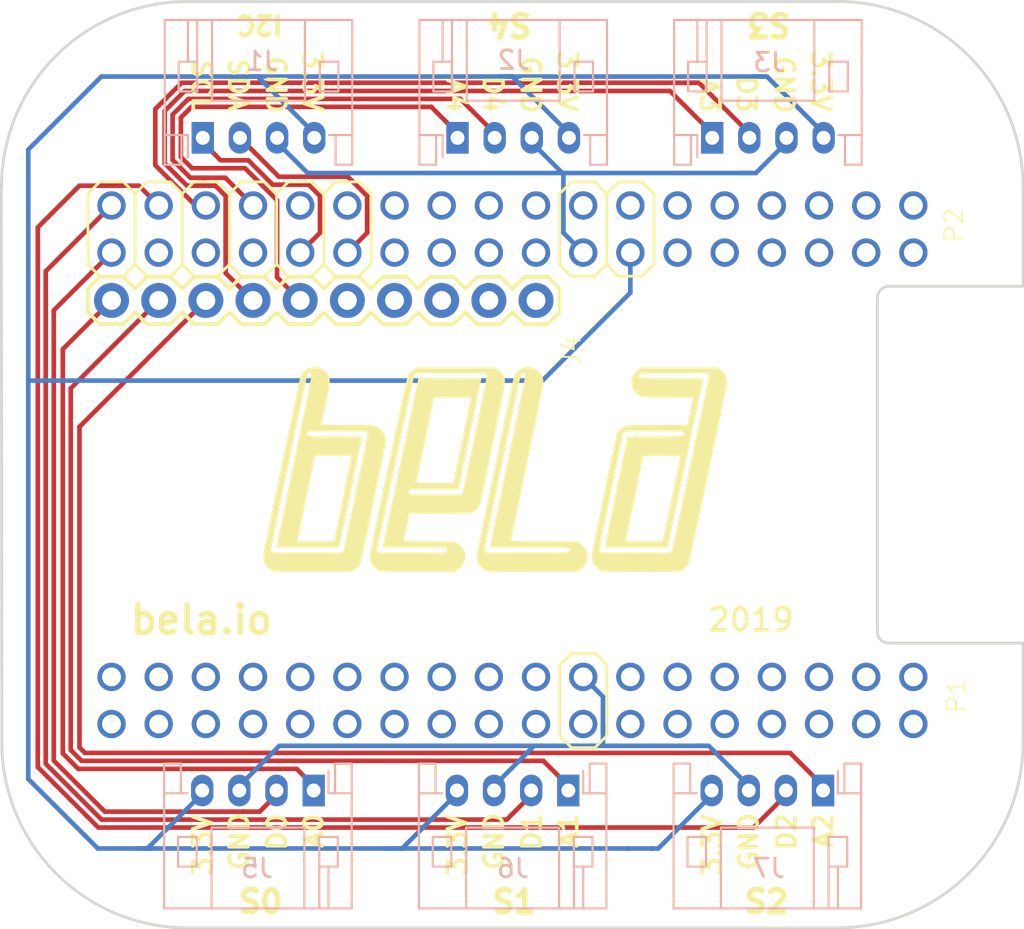
<source format=kicad_pcb>
(kicad_pcb (version 20171130) (host pcbnew "(5.0.0-3-g0214c9d)")

  (general
    (thickness 1.6)
    (drawings 46)
    (tracks 200)
    (zones 0)
    (modules 10)
    (nets 15)
  )

  (page A4)
  (layers
    (0 Top signal)
    (31 Bottom signal)
    (34 B.Paste user)
    (36 B.SilkS user)
    (37 F.SilkS user)
    (38 B.Mask user)
    (39 F.Mask user)
    (44 Edge.Cuts user)
    (45 Margin user)
    (46 B.CrtYd user)
    (47 F.CrtYd user)
  )

  (setup
    (last_trace_width 0.25)
    (trace_clearance 0.1778)
    (zone_clearance 0.508)
    (zone_45_only no)
    (trace_min 0.1524)
    (segment_width 0.2)
    (edge_width 0.15)
    (via_size 0.8)
    (via_drill 0.4)
    (via_min_size 0.508)
    (via_min_drill 0.254)
    (uvia_size 0.3)
    (uvia_drill 0.1)
    (uvias_allowed no)
    (uvia_min_size 0.2)
    (uvia_min_drill 0.1)
    (pcb_text_width 0.3)
    (pcb_text_size 1.5 1.5)
    (mod_edge_width 0.15)
    (mod_text_size 1 1)
    (mod_text_width 0.15)
    (pad_size 1.5 1.25)
    (pad_drill 0)
    (pad_to_mask_clearance 0.0508)
    (aux_axis_origin 0 0)
    (visible_elements FFFFF77F)
    (pcbplotparams
      (layerselection 0x010f4_ffffffff)
      (usegerberextensions true)
      (usegerberattributes false)
      (usegerberadvancedattributes false)
      (creategerberjobfile false)
      (excludeedgelayer true)
      (linewidth 0.100000)
      (plotframeref false)
      (viasonmask false)
      (mode 1)
      (useauxorigin false)
      (hpglpennumber 1)
      (hpglpenspeed 20)
      (hpglpendiameter 15.000000)
      (psnegative false)
      (psa4output false)
      (plotreference true)
      (plotvalue true)
      (plotinvisibletext false)
      (padsonsilk false)
      (subtractmaskfromsilk false)
      (outputformat 1)
      (mirror false)
      (drillshape 0)
      (scaleselection 1)
      (outputdirectory "gerbers/"))
  )

  (net 0 "")
  (net 1 GND)
  (net 2 +3V3)
  (net 3 /SDA)
  (net 4 /SCL)
  (net 5 /A4)
  (net 6 /D4)
  (net 7 /D3)
  (net 8 /A3)
  (net 9 /A2)
  (net 10 /A1)
  (net 11 /A0)
  (net 12 /D0)
  (net 13 /D1)
  (net 14 /D2)

  (net_class Default "This is the default net class."
    (clearance 0.1778)
    (trace_width 0.25)
    (via_dia 0.8)
    (via_drill 0.4)
    (uvia_dia 0.3)
    (uvia_drill 0.1)
    (add_net +3V3)
    (add_net /A0)
    (add_net /A1)
    (add_net /A2)
    (add_net /A3)
    (add_net /A4)
    (add_net /D0)
    (add_net /D1)
    (add_net /D2)
    (add_net /D3)
    (add_net /D4)
    (add_net /SCL)
    (add_net /SDA)
    (add_net GND)
  )

  (module belamini_cape_B2:2X18_P2 (layer Top) (tedit 5C8A35CF) (tstamp 5B379BC4)
    (at 152.3111 86.4489)
    (descr "<b>PIN HEADER</b>")
    (path /5CEFCCAD)
    (fp_text reference P2 (at 24.3459 0.8001 90) (layer F.SilkS)
      (effects (font (size 0.9652 0.9652) (thickness 0.09652)) (justify left bottom))
    )
    (fp_text value PINHD-2X18 (at -22.86 4.445) (layer F.Fab)
      (effects (font (size 1.2065 1.2065) (thickness 0.09652)) (justify left bottom))
    )
    (fp_poly (pts (xy 6.096 1.524) (xy 6.604 1.524) (xy 6.604 1.016) (xy 6.096 1.016)) (layer F.Fab) (width 0))
    (fp_poly (pts (xy 6.096 -1.016) (xy 6.604 -1.016) (xy 6.604 -1.524) (xy 6.096 -1.524)) (layer F.Fab) (width 0))
    (fp_poly (pts (xy 3.556 1.524) (xy 4.064 1.524) (xy 4.064 1.016) (xy 3.556 1.016)) (layer F.Fab) (width 0))
    (fp_poly (pts (xy 3.556 -1.016) (xy 4.064 -1.016) (xy 4.064 -1.524) (xy 3.556 -1.524)) (layer F.Fab) (width 0))
    (fp_poly (pts (xy -9.144 1.524) (xy -8.636 1.524) (xy -8.636 1.016) (xy -9.144 1.016)) (layer F.Fab) (width 0))
    (fp_poly (pts (xy -11.684 1.524) (xy -11.176 1.524) (xy -11.176 1.016) (xy -11.684 1.016)) (layer F.Fab) (width 0))
    (fp_poly (pts (xy -14.224 1.524) (xy -13.716 1.524) (xy -13.716 1.016) (xy -14.224 1.016)) (layer F.Fab) (width 0))
    (fp_poly (pts (xy -9.144 -1.016) (xy -8.636 -1.016) (xy -8.636 -1.524) (xy -9.144 -1.524)) (layer F.Fab) (width 0))
    (fp_poly (pts (xy -11.684 -1.016) (xy -11.176 -1.016) (xy -11.176 -1.524) (xy -11.684 -1.524)) (layer F.Fab) (width 0))
    (fp_poly (pts (xy -14.224 -1.016) (xy -13.716 -1.016) (xy -13.716 -1.524) (xy -14.224 -1.524)) (layer F.Fab) (width 0))
    (fp_poly (pts (xy -16.764 1.524) (xy -16.256 1.524) (xy -16.256 1.016) (xy -16.764 1.016)) (layer F.Fab) (width 0))
    (fp_poly (pts (xy -16.764 -1.016) (xy -16.256 -1.016) (xy -16.256 -1.524) (xy -16.764 -1.524)) (layer F.Fab) (width 0))
    (fp_poly (pts (xy -19.304 1.524) (xy -18.796 1.524) (xy -18.796 1.016) (xy -19.304 1.016)) (layer F.Fab) (width 0))
    (fp_poly (pts (xy -19.304 -1.016) (xy -18.796 -1.016) (xy -18.796 -1.524) (xy -19.304 -1.524)) (layer F.Fab) (width 0))
    (fp_poly (pts (xy -21.844 -1.016) (xy -21.336 -1.016) (xy -21.336 -1.524) (xy -21.844 -1.524)) (layer F.Fab) (width 0))
    (fp_poly (pts (xy -21.844 1.524) (xy -21.336 1.524) (xy -21.336 1.016) (xy -21.844 1.016)) (layer F.Fab) (width 0))
    (fp_line (start 7.62 -1.905) (end 7.62 1.905) (layer F.SilkS) (width 0.1524))
    (fp_line (start 5.08 -1.905) (end 5.08 1.905) (layer F.SilkS) (width 0.1524))
    (fp_line (start 2.54 -1.905) (end 2.54 1.905) (layer F.SilkS) (width 0.1524))
    (fp_line (start -7.62 -1.905) (end -7.62 1.905) (layer F.SilkS) (width 0.1524))
    (fp_line (start -10.16 -1.905) (end -10.16 1.905) (layer F.SilkS) (width 0.1524))
    (fp_line (start -12.7 -1.905) (end -12.7 1.905) (layer F.SilkS) (width 0.1524))
    (fp_line (start -15.24 -1.905) (end -15.24 1.905) (layer F.SilkS) (width 0.1524))
    (fp_line (start -17.78 -1.905) (end -17.78 1.905) (layer F.SilkS) (width 0.1524))
    (fp_line (start -20.32 -1.905) (end -20.32 1.905) (layer F.SilkS) (width 0.1524))
    (fp_line (start 2.54 1.905) (end 3.175 2.54) (layer F.SilkS) (width 0.1524))
    (fp_line (start 4.445 2.54) (end 3.175 2.54) (layer F.SilkS) (width 0.1524))
    (fp_line (start 5.08 1.905) (end 4.445 2.54) (layer F.SilkS) (width 0.1524))
    (fp_line (start 5.08 1.905) (end 5.715 2.54) (layer F.SilkS) (width 0.1524))
    (fp_line (start 6.985 2.54) (end 5.715 2.54) (layer F.SilkS) (width 0.1524))
    (fp_line (start 7.62 1.905) (end 6.985 2.54) (layer F.SilkS) (width 0.1524))
    (fp_line (start 7.62 -1.905) (end 6.985 -2.54) (layer F.SilkS) (width 0.1524))
    (fp_line (start 5.715 -2.54) (end 6.985 -2.54) (layer F.SilkS) (width 0.1524))
    (fp_line (start 5.08 -1.905) (end 5.715 -2.54) (layer F.SilkS) (width 0.1524))
    (fp_line (start 4.445 -2.54) (end 5.08 -1.905) (layer F.SilkS) (width 0.1524))
    (fp_line (start 3.175 -2.54) (end 4.445 -2.54) (layer F.SilkS) (width 0.1524))
    (fp_line (start 2.54 -1.905) (end 3.175 -2.54) (layer F.SilkS) (width 0.1524))
    (fp_line (start -8.255 -2.54) (end -7.62 -1.905) (layer F.SilkS) (width 0.1524))
    (fp_line (start -9.525 -2.54) (end -8.255 -2.54) (layer F.SilkS) (width 0.1524))
    (fp_line (start -10.16 -1.905) (end -9.525 -2.54) (layer F.SilkS) (width 0.1524))
    (fp_line (start -10.795 -2.54) (end -10.16 -1.905) (layer F.SilkS) (width 0.1524))
    (fp_line (start -12.065 -2.54) (end -10.795 -2.54) (layer F.SilkS) (width 0.1524))
    (fp_line (start -12.7 -1.905) (end -12.065 -2.54) (layer F.SilkS) (width 0.1524))
    (fp_line (start -13.335 -2.54) (end -12.7 -1.905) (layer F.SilkS) (width 0.1524))
    (fp_line (start -14.605 -2.54) (end -13.335 -2.54) (layer F.SilkS) (width 0.1524))
    (fp_line (start -15.24 -1.905) (end -14.605 -2.54) (layer F.SilkS) (width 0.1524))
    (fp_line (start -15.875 -2.54) (end -15.24 -1.905) (layer F.SilkS) (width 0.1524))
    (fp_line (start -17.145 -2.54) (end -15.875 -2.54) (layer F.SilkS) (width 0.1524))
    (fp_line (start -17.78 -1.905) (end -17.145 -2.54) (layer F.SilkS) (width 0.1524))
    (fp_line (start -18.415 -2.54) (end -17.78 -1.905) (layer F.SilkS) (width 0.1524))
    (fp_line (start -19.685 -2.54) (end -18.415 -2.54) (layer F.SilkS) (width 0.1524))
    (fp_line (start -20.32 -1.905) (end -19.685 -2.54) (layer F.SilkS) (width 0.1524))
    (fp_line (start -20.955 -2.54) (end -20.32 -1.905) (layer F.SilkS) (width 0.1524))
    (fp_line (start -22.225 -2.54) (end -20.955 -2.54) (layer F.SilkS) (width 0.1524))
    (fp_line (start -22.86 -1.905) (end -22.225 -2.54) (layer F.SilkS) (width 0.1524))
    (fp_line (start -22.86 1.905) (end -22.86 -1.905) (layer F.SilkS) (width 0.1524))
    (fp_line (start -8.255 2.54) (end -7.62 1.905) (layer F.SilkS) (width 0.1524))
    (fp_line (start -9.525 2.54) (end -8.255 2.54) (layer F.SilkS) (width 0.1524))
    (fp_line (start -10.16 1.905) (end -9.525 2.54) (layer F.SilkS) (width 0.1524))
    (fp_line (start -10.795 2.54) (end -10.16 1.905) (layer F.SilkS) (width 0.1524))
    (fp_line (start -12.065 2.54) (end -10.795 2.54) (layer F.SilkS) (width 0.1524))
    (fp_line (start -12.7 1.905) (end -12.065 2.54) (layer F.SilkS) (width 0.1524))
    (fp_line (start -13.335 2.54) (end -12.7 1.905) (layer F.SilkS) (width 0.1524))
    (fp_line (start -14.605 2.54) (end -13.335 2.54) (layer F.SilkS) (width 0.1524))
    (fp_line (start -15.24 1.905) (end -14.605 2.54) (layer F.SilkS) (width 0.1524))
    (fp_line (start -15.875 2.54) (end -15.24 1.905) (layer F.SilkS) (width 0.1524))
    (fp_line (start -17.145 2.54) (end -15.875 2.54) (layer F.SilkS) (width 0.1524))
    (fp_line (start -17.78 1.905) (end -17.145 2.54) (layer F.SilkS) (width 0.1524))
    (fp_line (start -18.415 2.54) (end -17.78 1.905) (layer F.SilkS) (width 0.1524))
    (fp_line (start -19.685 2.54) (end -18.415 2.54) (layer F.SilkS) (width 0.1524))
    (fp_line (start -20.32 1.905) (end -19.685 2.54) (layer F.SilkS) (width 0.1524))
    (fp_line (start -20.955 2.54) (end -20.32 1.905) (layer F.SilkS) (width 0.1524))
    (fp_line (start -22.225 2.54) (end -20.955 2.54) (layer F.SilkS) (width 0.1524))
    (fp_line (start -22.86 1.905) (end -22.225 2.54) (layer F.SilkS) (width 0.1524))
    (pad 36 thru_hole circle (at 21.59 -1.27) (size 1.524 1.524) (drill 1.016) (layers *.Cu *.Mask)
      (solder_mask_margin 0.1016))
    (pad 35 thru_hole circle (at 21.59 1.27) (size 1.524 1.524) (drill 1.016) (layers *.Cu *.Mask)
      (solder_mask_margin 0.1016))
    (pad 34 thru_hole circle (at 19.05 -1.27) (size 1.524 1.524) (drill 1.016) (layers *.Cu *.Mask)
      (solder_mask_margin 0.1016))
    (pad 33 thru_hole circle (at 19.05 1.27) (size 1.524 1.524) (drill 1.016) (layers *.Cu *.Mask)
      (solder_mask_margin 0.1016))
    (pad 32 thru_hole circle (at 16.51 -1.27) (size 1.524 1.524) (drill 1.016) (layers *.Cu *.Mask)
      (solder_mask_margin 0.1016))
    (pad 31 thru_hole circle (at 16.51 1.27) (size 1.524 1.524) (drill 1.016) (layers *.Cu *.Mask)
      (solder_mask_margin 0.1016))
    (pad 30 thru_hole circle (at 13.97 -1.27) (size 1.524 1.524) (drill 1.016) (layers *.Cu *.Mask)
      (solder_mask_margin 0.1016))
    (pad 29 thru_hole circle (at 13.97 1.27) (size 1.524 1.524) (drill 1.016) (layers *.Cu *.Mask)
      (solder_mask_margin 0.1016))
    (pad 28 thru_hole circle (at 11.43 -1.27) (size 1.524 1.524) (drill 1.016) (layers *.Cu *.Mask)
      (solder_mask_margin 0.1016))
    (pad 27 thru_hole circle (at 11.43 1.27) (size 1.524 1.524) (drill 1.016) (layers *.Cu *.Mask)
      (solder_mask_margin 0.1016))
    (pad 26 thru_hole circle (at 8.89 -1.27) (size 1.524 1.524) (drill 1.016) (layers *.Cu *.Mask)
      (solder_mask_margin 0.1016))
    (pad 25 thru_hole circle (at 8.89 1.27) (size 1.524 1.524) (drill 1.016) (layers *.Cu *.Mask)
      (solder_mask_margin 0.1016))
    (pad 24 thru_hole circle (at 6.35 -1.27) (size 1.524 1.524) (drill 1.016) (layers *.Cu *.Mask)
      (solder_mask_margin 0.1016))
    (pad 23 thru_hole circle (at 6.35 1.27) (size 1.524 1.524) (drill 1.016) (layers *.Cu *.Mask)
      (solder_mask_margin 0.1016))
    (pad 22 thru_hole circle (at 3.81 -1.27) (size 1.524 1.524) (drill 1.016) (layers *.Cu *.Mask)
      (solder_mask_margin 0.1016))
    (pad 21 thru_hole circle (at 3.81 1.27) (size 1.524 1.524) (drill 1.016) (layers *.Cu *.Mask)
      (net 1 GND) (solder_mask_margin 0.1016))
    (pad 20 thru_hole circle (at 1.27 -1.27) (size 1.524 1.524) (drill 1.016) (layers *.Cu *.Mask)
      (solder_mask_margin 0.1016))
    (pad 19 thru_hole circle (at 1.27 1.27) (size 1.524 1.524) (drill 1.016) (layers *.Cu *.Mask)
      (solder_mask_margin 0.1016))
    (pad 18 thru_hole circle (at -1.27 -1.27) (size 1.524 1.524) (drill 1.016) (layers *.Cu *.Mask)
      (solder_mask_margin 0.1016))
    (pad 17 thru_hole circle (at -1.27 1.27) (size 1.524 1.524) (drill 1.016) (layers *.Cu *.Mask)
      (solder_mask_margin 0.1016))
    (pad 16 thru_hole circle (at -3.81 -1.27) (size 1.524 1.524) (drill 1.016) (layers *.Cu *.Mask)
      (solder_mask_margin 0.1016))
    (pad 15 thru_hole circle (at -3.81 1.27) (size 1.524 1.524) (drill 1.016) (layers *.Cu *.Mask)
      (net 1 GND) (solder_mask_margin 0.1016))
    (pad 14 thru_hole circle (at -6.35 -1.27) (size 1.524 1.524) (drill 1.016) (layers *.Cu *.Mask)
      (solder_mask_margin 0.1016))
    (pad 13 thru_hole circle (at -6.35 1.27) (size 1.524 1.524) (drill 1.016) (layers *.Cu *.Mask)
      (solder_mask_margin 0.1016))
    (pad 12 thru_hole circle (at -8.89 -1.27) (size 1.524 1.524) (drill 1.016) (layers *.Cu *.Mask)
      (solder_mask_margin 0.1016))
    (pad 11 thru_hole circle (at -8.89 1.27) (size 1.524 1.524) (drill 1.016) (layers *.Cu *.Mask)
      (net 3 /SDA) (solder_mask_margin 0.1016))
    (pad 10 thru_hole circle (at -11.43 -1.27) (size 1.524 1.524) (drill 1.016) (layers *.Cu *.Mask)
      (solder_mask_margin 0.1016))
    (pad 9 thru_hole circle (at -11.43 1.27) (size 1.524 1.524) (drill 1.016) (layers *.Cu *.Mask)
      (net 4 /SCL) (solder_mask_margin 0.1016))
    (pad 8 thru_hole circle (at -13.97 -1.27) (size 1.524 1.524) (drill 1.016) (layers *.Cu *.Mask)
      (net 6 /D4) (solder_mask_margin 0.1016))
    (pad 7 thru_hole circle (at -13.97 1.27) (size 1.524 1.524) (drill 1.016) (layers *.Cu *.Mask)
      (solder_mask_margin 0.1016))
    (pad 6 thru_hole circle (at -16.51 -1.27) (size 1.524 1.524) (drill 1.016) (layers *.Cu *.Mask)
      (net 7 /D3) (solder_mask_margin 0.1016))
    (pad 5 thru_hole circle (at -16.51 1.27) (size 1.524 1.524) (drill 1.016) (layers *.Cu *.Mask)
      (solder_mask_margin 0.1016))
    (pad 4 thru_hole circle (at -19.05 -1.27) (size 1.524 1.524) (drill 1.016) (layers *.Cu *.Mask)
      (net 14 /D2) (solder_mask_margin 0.1016))
    (pad 3 thru_hole circle (at -19.05 1.27) (size 1.524 1.524) (drill 1.016) (layers *.Cu *.Mask)
      (solder_mask_margin 0.1016))
    (pad 2 thru_hole circle (at -21.59 -1.27) (size 1.524 1.524) (drill 1.016) (layers *.Cu *.Mask)
      (net 13 /D1) (solder_mask_margin 0.1016))
    (pad 1 thru_hole circle (at -21.59 1.27) (size 1.524 1.524) (drill 1.016) (layers *.Cu *.Mask)
      (net 12 /D0) (solder_mask_margin 0.1016))
  )

  (module belamini_cape_B2:2X18_P1 (layer Top) (tedit 5C8A35AF) (tstamp 5B3505CF)
    (at 152.3111 111.8489)
    (descr "<b>PIN HEADER</b>")
    (path /5CEFCCBA)
    (fp_text reference P1 (at 24.4729 0.7366 90) (layer F.SilkS)
      (effects (font (size 0.9652 0.9652) (thickness 0.09652)) (justify left bottom))
    )
    (fp_text value PINHD-2X18 (at -22.86 4.445) (layer F.Fab)
      (effects (font (size 1.2065 1.2065) (thickness 0.09652)) (justify left bottom))
    )
    (fp_poly (pts (xy 3.556 1.524) (xy 4.064 1.524) (xy 4.064 1.016) (xy 3.556 1.016)) (layer F.Fab) (width 0))
    (fp_poly (pts (xy 3.556 -1.016) (xy 4.064 -1.016) (xy 4.064 -1.524) (xy 3.556 -1.524)) (layer F.Fab) (width 0))
    (fp_line (start 5.08 -1.905) (end 5.08 1.905) (layer F.SilkS) (width 0.1524))
    (fp_line (start 2.54 -1.905) (end 2.54 1.905) (layer F.SilkS) (width 0.1524))
    (fp_line (start 2.54 1.905) (end 3.175 2.54) (layer F.SilkS) (width 0.1524))
    (fp_line (start 4.445 2.54) (end 3.175 2.54) (layer F.SilkS) (width 0.1524))
    (fp_line (start 5.08 1.905) (end 4.445 2.54) (layer F.SilkS) (width 0.1524))
    (fp_line (start 4.445 -2.54) (end 5.08 -1.905) (layer F.SilkS) (width 0.1524))
    (fp_line (start 3.175 -2.54) (end 4.445 -2.54) (layer F.SilkS) (width 0.1524))
    (fp_line (start 2.54 -1.905) (end 3.175 -2.54) (layer F.SilkS) (width 0.1524))
    (pad 36 thru_hole circle (at 21.59 -1.27) (size 1.524 1.524) (drill 1.016) (layers *.Cu *.Mask)
      (solder_mask_margin 0.1016))
    (pad 35 thru_hole circle (at 21.59 1.27) (size 1.524 1.524) (drill 1.016) (layers *.Cu *.Mask)
      (solder_mask_margin 0.1016))
    (pad 34 thru_hole circle (at 19.05 -1.27) (size 1.524 1.524) (drill 1.016) (layers *.Cu *.Mask)
      (solder_mask_margin 0.1016))
    (pad 33 thru_hole circle (at 19.05 1.27) (size 1.524 1.524) (drill 1.016) (layers *.Cu *.Mask)
      (solder_mask_margin 0.1016))
    (pad 32 thru_hole circle (at 16.51 -1.27) (size 1.524 1.524) (drill 1.016) (layers *.Cu *.Mask)
      (solder_mask_margin 0.1016))
    (pad 31 thru_hole circle (at 16.51 1.27) (size 1.524 1.524) (drill 1.016) (layers *.Cu *.Mask)
      (solder_mask_margin 0.1016))
    (pad 30 thru_hole circle (at 13.97 -1.27) (size 1.524 1.524) (drill 1.016) (layers *.Cu *.Mask)
      (solder_mask_margin 0.1016))
    (pad 29 thru_hole circle (at 13.97 1.27) (size 1.524 1.524) (drill 1.016) (layers *.Cu *.Mask)
      (solder_mask_margin 0.1016))
    (pad 28 thru_hole circle (at 11.43 -1.27) (size 1.524 1.524) (drill 1.016) (layers *.Cu *.Mask)
      (solder_mask_margin 0.1016))
    (pad 27 thru_hole circle (at 11.43 1.27) (size 1.524 1.524) (drill 1.016) (layers *.Cu *.Mask)
      (solder_mask_margin 0.1016))
    (pad 26 thru_hole circle (at 8.89 -1.27) (size 1.524 1.524) (drill 1.016) (layers *.Cu *.Mask)
      (solder_mask_margin 0.1016))
    (pad 25 thru_hole circle (at 8.89 1.27) (size 1.524 1.524) (drill 1.016) (layers *.Cu *.Mask)
      (solder_mask_margin 0.1016))
    (pad 24 thru_hole circle (at 6.35 -1.27) (size 1.524 1.524) (drill 1.016) (layers *.Cu *.Mask)
      (solder_mask_margin 0.1016))
    (pad 23 thru_hole circle (at 6.35 1.27) (size 1.524 1.524) (drill 1.016) (layers *.Cu *.Mask)
      (solder_mask_margin 0.1016))
    (pad 22 thru_hole circle (at 3.81 -1.27) (size 1.524 1.524) (drill 1.016) (layers *.Cu *.Mask)
      (net 1 GND) (solder_mask_margin 0.1016))
    (pad 21 thru_hole circle (at 3.81 1.27) (size 1.524 1.524) (drill 1.016) (layers *.Cu *.Mask)
      (solder_mask_margin 0.1016))
    (pad 20 thru_hole circle (at 1.27 -1.27) (size 1.524 1.524) (drill 1.016) (layers *.Cu *.Mask)
      (solder_mask_margin 0.1016))
    (pad 19 thru_hole circle (at 1.27 1.27) (size 1.524 1.524) (drill 1.016) (layers *.Cu *.Mask)
      (solder_mask_margin 0.1016))
    (pad 18 thru_hole circle (at -1.27 -1.27) (size 1.524 1.524) (drill 1.016) (layers *.Cu *.Mask)
      (solder_mask_margin 0.1016))
    (pad 17 thru_hole circle (at -1.27 1.27) (size 1.524 1.524) (drill 1.016) (layers *.Cu *.Mask)
      (solder_mask_margin 0.1016))
    (pad 16 thru_hole circle (at -3.81 -1.27) (size 1.524 1.524) (drill 1.016) (layers *.Cu *.Mask)
      (net 1 GND) (solder_mask_margin 0.1016))
    (pad 15 thru_hole circle (at -3.81 1.27) (size 1.524 1.524) (drill 1.016) (layers *.Cu *.Mask)
      (solder_mask_margin 0.1016))
    (pad 14 thru_hole circle (at -6.35 -1.27) (size 1.524 1.524) (drill 1.016) (layers *.Cu *.Mask)
      (solder_mask_margin 0.1016))
    (pad 13 thru_hole circle (at -6.35 1.27) (size 1.524 1.524) (drill 1.016) (layers *.Cu *.Mask)
      (solder_mask_margin 0.1016))
    (pad 12 thru_hole circle (at -8.89 -1.27) (size 1.524 1.524) (drill 1.016) (layers *.Cu *.Mask)
      (solder_mask_margin 0.1016))
    (pad 11 thru_hole circle (at -8.89 1.27) (size 1.524 1.524) (drill 1.016) (layers *.Cu *.Mask)
      (solder_mask_margin 0.1016))
    (pad 10 thru_hole circle (at -11.43 -1.27) (size 1.524 1.524) (drill 1.016) (layers *.Cu *.Mask)
      (solder_mask_margin 0.1016))
    (pad 9 thru_hole circle (at -11.43 1.27) (size 1.524 1.524) (drill 1.016) (layers *.Cu *.Mask)
      (solder_mask_margin 0.1016))
    (pad 8 thru_hole circle (at -13.97 -1.27) (size 1.524 1.524) (drill 1.016) (layers *.Cu *.Mask)
      (solder_mask_margin 0.1016))
    (pad 7 thru_hole circle (at -13.97 1.27) (size 1.524 1.524) (drill 1.016) (layers *.Cu *.Mask)
      (solder_mask_margin 0.1016))
    (pad 6 thru_hole circle (at -16.51 -1.27) (size 1.524 1.524) (drill 1.016) (layers *.Cu *.Mask)
      (solder_mask_margin 0.1016))
    (pad 5 thru_hole circle (at -16.51 1.27) (size 1.524 1.524) (drill 1.016) (layers *.Cu *.Mask)
      (solder_mask_margin 0.1016))
    (pad 4 thru_hole circle (at -19.05 -1.27) (size 1.524 1.524) (drill 1.016) (layers *.Cu *.Mask)
      (solder_mask_margin 0.1016))
    (pad 3 thru_hole circle (at -19.05 1.27) (size 1.524 1.524) (drill 1.016) (layers *.Cu *.Mask)
      (solder_mask_margin 0.1016))
    (pad 2 thru_hole circle (at -21.59 -1.27) (size 1.524 1.524) (drill 1.016) (layers *.Cu *.Mask)
      (solder_mask_margin 0.1016))
    (pad 1 thru_hole circle (at -21.59 1.27) (size 1.524 1.524) (drill 1.016) (layers *.Cu *.Mask)
      (solder_mask_margin 0.1016))
  )

  (module Connectors_JST:JST_PH_S4B-PH-K_04x2.00mm_Angled (layer Bottom) (tedit 5CEFB4A2) (tstamp 5B364F4C)
    (at 149.352 81.534)
    (descr "JST PH series connector, S4B-PH-K, side entry type, through hole, Datasheet: http://www.jst-mfg.com/product/pdf/eng/ePH.pdf")
    (tags "connector jst ph")
    (path /5CEFCD33)
    (fp_text reference J2 (at 3.0226 -4.191) (layer B.SilkS)
      (effects (font (size 1 1) (thickness 0.15)) (justify mirror))
    )
    (fp_text value Grove_4x2mm (at 3 -7.25) (layer B.Fab)
      (effects (font (size 1 1) (thickness 0.15)) (justify mirror))
    )
    (fp_text user %R (at 3 -2.5) (layer B.Fab)
      (effects (font (size 1 1) (thickness 0.15)) (justify mirror))
    )
    (fp_line (start 0.5 -1.35) (end 0 -0.85) (layer B.Fab) (width 0.1))
    (fp_line (start -0.5 -1.35) (end 0.5 -1.35) (layer B.Fab) (width 0.1))
    (fp_line (start 0 -0.85) (end -0.5 -1.35) (layer B.Fab) (width 0.1))
    (fp_line (start -0.8 -0.15) (end -0.8 1.05) (layer B.SilkS) (width 0.12))
    (fp_line (start 7.25 -0.25) (end -1.25 -0.25) (layer B.Fab) (width 0.1))
    (fp_line (start 7.25 1.35) (end 7.25 -0.25) (layer B.Fab) (width 0.1))
    (fp_line (start 7.95 1.35) (end 7.25 1.35) (layer B.Fab) (width 0.1))
    (fp_line (start 7.95 -6.25) (end 7.95 1.35) (layer B.Fab) (width 0.1))
    (fp_line (start -1.95 -6.25) (end 7.95 -6.25) (layer B.Fab) (width 0.1))
    (fp_line (start -1.95 1.35) (end -1.95 -6.25) (layer B.Fab) (width 0.1))
    (fp_line (start -1.25 1.35) (end -1.95 1.35) (layer B.Fab) (width 0.1))
    (fp_line (start -1.25 -0.25) (end -1.25 1.35) (layer B.Fab) (width 0.1))
    (fp_line (start 8.45 1.85) (end -2.45 1.85) (layer B.CrtYd) (width 0.05))
    (fp_line (start 8.45 -6.75) (end 8.45 1.85) (layer B.CrtYd) (width 0.05))
    (fp_line (start -2.45 -6.75) (end 8.45 -6.75) (layer B.CrtYd) (width 0.05))
    (fp_line (start -2.45 1.85) (end -2.45 -6.75) (layer B.CrtYd) (width 0.05))
    (fp_line (start -0.8 -4.1) (end -0.8 -6.35) (layer B.SilkS) (width 0.12))
    (fp_line (start -0.3 -4.1) (end -0.3 -6.35) (layer B.SilkS) (width 0.12))
    (fp_line (start 6.3 -2.5) (end 7.3 -2.5) (layer B.SilkS) (width 0.12))
    (fp_line (start 6.3 -4.1) (end 6.3 -2.5) (layer B.SilkS) (width 0.12))
    (fp_line (start 7.3 -4.1) (end 6.3 -4.1) (layer B.SilkS) (width 0.12))
    (fp_line (start 7.3 -2.5) (end 7.3 -4.1) (layer B.SilkS) (width 0.12))
    (fp_line (start -0.3 -2.5) (end -1.3 -2.5) (layer B.SilkS) (width 0.12))
    (fp_line (start -0.3 -4.1) (end -0.3 -2.5) (layer B.SilkS) (width 0.12))
    (fp_line (start -1.3 -4.1) (end -0.3 -4.1) (layer B.SilkS) (width 0.12))
    (fp_line (start -1.3 -2.5) (end -1.3 -4.1) (layer B.SilkS) (width 0.12))
    (fp_line (start 8.05 -0.15) (end 7.15 -0.15) (layer B.SilkS) (width 0.12))
    (fp_line (start -2.05 -0.15) (end -1.15 -0.15) (layer B.SilkS) (width 0.12))
    (fp_line (start 7.15 -0.15) (end 6.8 -0.15) (layer B.SilkS) (width 0.12))
    (fp_line (start 7.15 1.45) (end 7.15 -0.15) (layer B.SilkS) (width 0.12))
    (fp_line (start 8.05 1.45) (end 7.15 1.45) (layer B.SilkS) (width 0.12))
    (fp_line (start 8.05 -6.35) (end 8.05 1.45) (layer B.SilkS) (width 0.12))
    (fp_line (start -2.05 -6.35) (end 8.05 -6.35) (layer B.SilkS) (width 0.12))
    (fp_line (start -2.05 1.45) (end -2.05 -6.35) (layer B.SilkS) (width 0.12))
    (fp_line (start -1.15 1.45) (end -2.05 1.45) (layer B.SilkS) (width 0.12))
    (fp_line (start -1.15 -0.15) (end -1.15 1.45) (layer B.SilkS) (width 0.12))
    (fp_line (start -0.8 -0.15) (end -1.15 -0.15) (layer B.SilkS) (width 0.12))
    (fp_line (start 5.5 -2) (end 5.5 -6.35) (layer B.SilkS) (width 0.12))
    (fp_line (start 0.5 -2) (end 5.5 -2) (layer B.SilkS) (width 0.12))
    (fp_line (start 0.5 -6.35) (end 0.5 -2) (layer B.SilkS) (width 0.12))
    (pad 4 thru_hole oval (at 6 0) (size 1.2 1.7) (drill 0.75) (layers *.Cu *.Mask)
      (net 2 +3V3))
    (pad 3 thru_hole oval (at 4 0) (size 1.2 1.7) (drill 0.75) (layers *.Cu *.Mask)
      (net 1 GND))
    (pad 2 thru_hole oval (at 2 0) (size 1.2 1.7) (drill 0.75) (layers *.Cu *.Mask)
      (net 6 /D4))
    (pad 1 thru_hole rect (at 0 0) (size 1.2 1.7) (drill 0.75) (layers *.Cu *.Mask)
      (net 5 /A4))
    (model ${KISYS3DMOD}/Connectors_JST.3dshapes/JST_PH_S4B-PH-K_04x2.00mm_Angled.wrl
      (at (xyz 0 0 0))
      (scale (xyz 1 1 1))
      (rotate (xyz 0 0 0))
    )
  )

  (module Connectors_JST:JST_PH_S4B-PH-K_04x2.00mm_Angled (layer Bottom) (tedit 5CEFB4D6) (tstamp 5C5181C9)
    (at 169.037 116.7 180)
    (descr "JST PH series connector, S4B-PH-K, side entry type, through hole, Datasheet: http://www.jst-mfg.com/product/pdf/eng/ePH.pdf")
    (tags "connector jst ph")
    (path /5CEFCCE2)
    (fp_text reference J7 (at 2.921 -4.191 180) (layer B.SilkS)
      (effects (font (size 1 1) (thickness 0.15)) (justify mirror))
    )
    (fp_text value Grove_4x2mm (at 3.0988 -7.239 180) (layer B.Fab)
      (effects (font (size 1 1) (thickness 0.15)) (justify mirror))
    )
    (fp_line (start 0.5 -6.35) (end 0.5 -2) (layer B.SilkS) (width 0.12))
    (fp_line (start 0.5 -2) (end 5.5 -2) (layer B.SilkS) (width 0.12))
    (fp_line (start 5.5 -2) (end 5.5 -6.35) (layer B.SilkS) (width 0.12))
    (fp_line (start -0.8 -0.15) (end -1.15 -0.15) (layer B.SilkS) (width 0.12))
    (fp_line (start -1.15 -0.15) (end -1.15 1.45) (layer B.SilkS) (width 0.12))
    (fp_line (start -1.15 1.45) (end -2.05 1.45) (layer B.SilkS) (width 0.12))
    (fp_line (start -2.05 1.45) (end -2.05 -6.35) (layer B.SilkS) (width 0.12))
    (fp_line (start -2.05 -6.35) (end 8.05 -6.35) (layer B.SilkS) (width 0.12))
    (fp_line (start 8.05 -6.35) (end 8.05 1.45) (layer B.SilkS) (width 0.12))
    (fp_line (start 8.05 1.45) (end 7.15 1.45) (layer B.SilkS) (width 0.12))
    (fp_line (start 7.15 1.45) (end 7.15 -0.15) (layer B.SilkS) (width 0.12))
    (fp_line (start 7.15 -0.15) (end 6.8 -0.15) (layer B.SilkS) (width 0.12))
    (fp_line (start -2.05 -0.15) (end -1.15 -0.15) (layer B.SilkS) (width 0.12))
    (fp_line (start 8.05 -0.15) (end 7.15 -0.15) (layer B.SilkS) (width 0.12))
    (fp_line (start -1.3 -2.5) (end -1.3 -4.1) (layer B.SilkS) (width 0.12))
    (fp_line (start -1.3 -4.1) (end -0.3 -4.1) (layer B.SilkS) (width 0.12))
    (fp_line (start -0.3 -4.1) (end -0.3 -2.5) (layer B.SilkS) (width 0.12))
    (fp_line (start -0.3 -2.5) (end -1.3 -2.5) (layer B.SilkS) (width 0.12))
    (fp_line (start 7.3 -2.5) (end 7.3 -4.1) (layer B.SilkS) (width 0.12))
    (fp_line (start 7.3 -4.1) (end 6.3 -4.1) (layer B.SilkS) (width 0.12))
    (fp_line (start 6.3 -4.1) (end 6.3 -2.5) (layer B.SilkS) (width 0.12))
    (fp_line (start 6.3 -2.5) (end 7.3 -2.5) (layer B.SilkS) (width 0.12))
    (fp_line (start -0.3 -4.1) (end -0.3 -6.35) (layer B.SilkS) (width 0.12))
    (fp_line (start -0.8 -4.1) (end -0.8 -6.35) (layer B.SilkS) (width 0.12))
    (fp_line (start -2.45 1.85) (end -2.45 -6.75) (layer B.CrtYd) (width 0.05))
    (fp_line (start -2.45 -6.75) (end 8.45 -6.75) (layer B.CrtYd) (width 0.05))
    (fp_line (start 8.45 -6.75) (end 8.45 1.85) (layer B.CrtYd) (width 0.05))
    (fp_line (start 8.45 1.85) (end -2.45 1.85) (layer B.CrtYd) (width 0.05))
    (fp_line (start -1.25 -0.25) (end -1.25 1.35) (layer B.Fab) (width 0.1))
    (fp_line (start -1.25 1.35) (end -1.95 1.35) (layer B.Fab) (width 0.1))
    (fp_line (start -1.95 1.35) (end -1.95 -6.25) (layer B.Fab) (width 0.1))
    (fp_line (start -1.95 -6.25) (end 7.95 -6.25) (layer B.Fab) (width 0.1))
    (fp_line (start 7.95 -6.25) (end 7.95 1.35) (layer B.Fab) (width 0.1))
    (fp_line (start 7.95 1.35) (end 7.25 1.35) (layer B.Fab) (width 0.1))
    (fp_line (start 7.25 1.35) (end 7.25 -0.25) (layer B.Fab) (width 0.1))
    (fp_line (start 7.25 -0.25) (end -1.25 -0.25) (layer B.Fab) (width 0.1))
    (fp_line (start -0.8 -0.15) (end -0.8 1.05) (layer B.SilkS) (width 0.12))
    (fp_line (start 0 -0.85) (end -0.5 -1.35) (layer B.Fab) (width 0.1))
    (fp_line (start -0.5 -1.35) (end 0.5 -1.35) (layer B.Fab) (width 0.1))
    (fp_line (start 0.5 -1.35) (end 0 -0.85) (layer B.Fab) (width 0.1))
    (fp_text user %R (at 3 -2.5 180) (layer B.Fab)
      (effects (font (size 1 1) (thickness 0.15)) (justify mirror))
    )
    (pad 1 thru_hole rect (at 0 0 180) (size 1.2 1.7) (drill 0.75) (layers *.Cu *.Mask)
      (net 9 /A2))
    (pad 2 thru_hole oval (at 2 0 180) (size 1.2 1.7) (drill 0.75) (layers *.Cu *.Mask)
      (net 14 /D2))
    (pad 3 thru_hole oval (at 4 0 180) (size 1.2 1.7) (drill 0.75) (layers *.Cu *.Mask)
      (net 1 GND))
    (pad 4 thru_hole oval (at 6 0 180) (size 1.2 1.7) (drill 0.75) (layers *.Cu *.Mask)
      (net 2 +3V3))
    (model ${KISYS3DMOD}/Connectors_JST.3dshapes/JST_PH_S4B-PH-K_04x2.00mm_Angled.wrl
      (at (xyz 0 0 0))
      (scale (xyz 1 1 1))
      (rotate (xyz 0 0 0))
    )
  )

  (module Connectors_JST:JST_PH_S4B-PH-K_04x2.00mm_Angled (layer Bottom) (tedit 5CEFB4CB) (tstamp 5C518017)
    (at 155.321 116.7 180)
    (descr "JST PH series connector, S4B-PH-K, side entry type, through hole, Datasheet: http://www.jst-mfg.com/product/pdf/eng/ePH.pdf")
    (tags "connector jst ph")
    (path /5CEFCCDB)
    (fp_text reference J6 (at 2.984 -4.191 180) (layer B.SilkS)
      (effects (font (size 1 1) (thickness 0.15)) (justify mirror))
    )
    (fp_text value Grove_4x2mm (at 3 -7.25 180) (layer B.Fab)
      (effects (font (size 1 1) (thickness 0.15)) (justify mirror))
    )
    (fp_text user %R (at 3 -2.5 180) (layer B.Fab)
      (effects (font (size 1 1) (thickness 0.15)) (justify mirror))
    )
    (fp_line (start 0.5 -1.35) (end 0 -0.85) (layer B.Fab) (width 0.1))
    (fp_line (start -0.5 -1.35) (end 0.5 -1.35) (layer B.Fab) (width 0.1))
    (fp_line (start 0 -0.85) (end -0.5 -1.35) (layer B.Fab) (width 0.1))
    (fp_line (start -0.8 -0.15) (end -0.8 1.05) (layer B.SilkS) (width 0.12))
    (fp_line (start 7.25 -0.25) (end -1.25 -0.25) (layer B.Fab) (width 0.1))
    (fp_line (start 7.25 1.35) (end 7.25 -0.25) (layer B.Fab) (width 0.1))
    (fp_line (start 7.95 1.35) (end 7.25 1.35) (layer B.Fab) (width 0.1))
    (fp_line (start 7.95 -6.25) (end 7.95 1.35) (layer B.Fab) (width 0.1))
    (fp_line (start -1.95 -6.25) (end 7.95 -6.25) (layer B.Fab) (width 0.1))
    (fp_line (start -1.95 1.35) (end -1.95 -6.25) (layer B.Fab) (width 0.1))
    (fp_line (start -1.25 1.35) (end -1.95 1.35) (layer B.Fab) (width 0.1))
    (fp_line (start -1.25 -0.25) (end -1.25 1.35) (layer B.Fab) (width 0.1))
    (fp_line (start 8.45 1.85) (end -2.45 1.85) (layer B.CrtYd) (width 0.05))
    (fp_line (start 8.45 -6.75) (end 8.45 1.85) (layer B.CrtYd) (width 0.05))
    (fp_line (start -2.45 -6.75) (end 8.45 -6.75) (layer B.CrtYd) (width 0.05))
    (fp_line (start -2.45 1.85) (end -2.45 -6.75) (layer B.CrtYd) (width 0.05))
    (fp_line (start -0.8 -4.1) (end -0.8 -6.35) (layer B.SilkS) (width 0.12))
    (fp_line (start -0.3 -4.1) (end -0.3 -6.35) (layer B.SilkS) (width 0.12))
    (fp_line (start 6.3 -2.5) (end 7.3 -2.5) (layer B.SilkS) (width 0.12))
    (fp_line (start 6.3 -4.1) (end 6.3 -2.5) (layer B.SilkS) (width 0.12))
    (fp_line (start 7.3 -4.1) (end 6.3 -4.1) (layer B.SilkS) (width 0.12))
    (fp_line (start 7.3 -2.5) (end 7.3 -4.1) (layer B.SilkS) (width 0.12))
    (fp_line (start -0.3 -2.5) (end -1.3 -2.5) (layer B.SilkS) (width 0.12))
    (fp_line (start -0.3 -4.1) (end -0.3 -2.5) (layer B.SilkS) (width 0.12))
    (fp_line (start -1.3 -4.1) (end -0.3 -4.1) (layer B.SilkS) (width 0.12))
    (fp_line (start -1.3 -2.5) (end -1.3 -4.1) (layer B.SilkS) (width 0.12))
    (fp_line (start 8.05 -0.15) (end 7.15 -0.15) (layer B.SilkS) (width 0.12))
    (fp_line (start -2.05 -0.15) (end -1.15 -0.15) (layer B.SilkS) (width 0.12))
    (fp_line (start 7.15 -0.15) (end 6.8 -0.15) (layer B.SilkS) (width 0.12))
    (fp_line (start 7.15 1.45) (end 7.15 -0.15) (layer B.SilkS) (width 0.12))
    (fp_line (start 8.05 1.45) (end 7.15 1.45) (layer B.SilkS) (width 0.12))
    (fp_line (start 8.05 -6.35) (end 8.05 1.45) (layer B.SilkS) (width 0.12))
    (fp_line (start -2.05 -6.35) (end 8.05 -6.35) (layer B.SilkS) (width 0.12))
    (fp_line (start -2.05 1.45) (end -2.05 -6.35) (layer B.SilkS) (width 0.12))
    (fp_line (start -1.15 1.45) (end -2.05 1.45) (layer B.SilkS) (width 0.12))
    (fp_line (start -1.15 -0.15) (end -1.15 1.45) (layer B.SilkS) (width 0.12))
    (fp_line (start -0.8 -0.15) (end -1.15 -0.15) (layer B.SilkS) (width 0.12))
    (fp_line (start 5.5 -2) (end 5.5 -6.35) (layer B.SilkS) (width 0.12))
    (fp_line (start 0.5 -2) (end 5.5 -2) (layer B.SilkS) (width 0.12))
    (fp_line (start 0.5 -6.35) (end 0.5 -2) (layer B.SilkS) (width 0.12))
    (pad 4 thru_hole oval (at 6 0 180) (size 1.2 1.7) (drill 0.75) (layers *.Cu *.Mask)
      (net 2 +3V3))
    (pad 3 thru_hole oval (at 4 0 180) (size 1.2 1.7) (drill 0.75) (layers *.Cu *.Mask)
      (net 1 GND))
    (pad 2 thru_hole oval (at 2 0 180) (size 1.2 1.7) (drill 0.75) (layers *.Cu *.Mask)
      (net 13 /D1))
    (pad 1 thru_hole rect (at 0 0 180) (size 1.2 1.7) (drill 0.75) (layers *.Cu *.Mask)
      (net 10 /A1))
    (model ${KISYS3DMOD}/Connectors_JST.3dshapes/JST_PH_S4B-PH-K_04x2.00mm_Angled.wrl
      (at (xyz 0 0 0))
      (scale (xyz 1 1 1))
      (rotate (xyz 0 0 0))
    )
  )

  (module Connectors_JST:JST_PH_S4B-PH-K_04x2.00mm_Angled (layer Bottom) (tedit 5CEFB4BE) (tstamp 5C5177F0)
    (at 141.605 116.7 180)
    (descr "JST PH series connector, S4B-PH-K, side entry type, through hole, Datasheet: http://www.jst-mfg.com/product/pdf/eng/ePH.pdf")
    (tags "connector jst ph")
    (path /5CEFCCD4)
    (fp_text reference J5 (at 3.048 -4.191 180) (layer B.SilkS)
      (effects (font (size 1 1) (thickness 0.15)) (justify mirror))
    )
    (fp_text value Grove_4x2mm (at 3 -7.25 180) (layer B.Fab)
      (effects (font (size 1 1) (thickness 0.15)) (justify mirror))
    )
    (fp_text user %R (at 3 -2.5 180) (layer B.Fab)
      (effects (font (size 1 1) (thickness 0.15)) (justify mirror))
    )
    (fp_line (start 0.5 -1.35) (end 0 -0.85) (layer B.Fab) (width 0.1))
    (fp_line (start -0.5 -1.35) (end 0.5 -1.35) (layer B.Fab) (width 0.1))
    (fp_line (start 0 -0.85) (end -0.5 -1.35) (layer B.Fab) (width 0.1))
    (fp_line (start -0.8 -0.15) (end -0.8 1.05) (layer B.SilkS) (width 0.12))
    (fp_line (start 7.25 -0.25) (end -1.25 -0.25) (layer B.Fab) (width 0.1))
    (fp_line (start 7.25 1.35) (end 7.25 -0.25) (layer B.Fab) (width 0.1))
    (fp_line (start 7.95 1.35) (end 7.25 1.35) (layer B.Fab) (width 0.1))
    (fp_line (start 7.95 -6.25) (end 7.95 1.35) (layer B.Fab) (width 0.1))
    (fp_line (start -1.95 -6.25) (end 7.95 -6.25) (layer B.Fab) (width 0.1))
    (fp_line (start -1.95 1.35) (end -1.95 -6.25) (layer B.Fab) (width 0.1))
    (fp_line (start -1.25 1.35) (end -1.95 1.35) (layer B.Fab) (width 0.1))
    (fp_line (start -1.25 -0.25) (end -1.25 1.35) (layer B.Fab) (width 0.1))
    (fp_line (start 8.45 1.85) (end -2.45 1.85) (layer B.CrtYd) (width 0.05))
    (fp_line (start 8.45 -6.75) (end 8.45 1.85) (layer B.CrtYd) (width 0.05))
    (fp_line (start -2.45 -6.75) (end 8.45 -6.75) (layer B.CrtYd) (width 0.05))
    (fp_line (start -2.45 1.85) (end -2.45 -6.75) (layer B.CrtYd) (width 0.05))
    (fp_line (start -0.8 -4.1) (end -0.8 -6.35) (layer B.SilkS) (width 0.12))
    (fp_line (start -0.3 -4.1) (end -0.3 -6.35) (layer B.SilkS) (width 0.12))
    (fp_line (start 6.3 -2.5) (end 7.3 -2.5) (layer B.SilkS) (width 0.12))
    (fp_line (start 6.3 -4.1) (end 6.3 -2.5) (layer B.SilkS) (width 0.12))
    (fp_line (start 7.3 -4.1) (end 6.3 -4.1) (layer B.SilkS) (width 0.12))
    (fp_line (start 7.3 -2.5) (end 7.3 -4.1) (layer B.SilkS) (width 0.12))
    (fp_line (start -0.3 -2.5) (end -1.3 -2.5) (layer B.SilkS) (width 0.12))
    (fp_line (start -0.3 -4.1) (end -0.3 -2.5) (layer B.SilkS) (width 0.12))
    (fp_line (start -1.3 -4.1) (end -0.3 -4.1) (layer B.SilkS) (width 0.12))
    (fp_line (start -1.3 -2.5) (end -1.3 -4.1) (layer B.SilkS) (width 0.12))
    (fp_line (start 8.05 -0.15) (end 7.15 -0.15) (layer B.SilkS) (width 0.12))
    (fp_line (start -2.05 -0.15) (end -1.15 -0.15) (layer B.SilkS) (width 0.12))
    (fp_line (start 7.15 -0.15) (end 6.8 -0.15) (layer B.SilkS) (width 0.12))
    (fp_line (start 7.15 1.45) (end 7.15 -0.15) (layer B.SilkS) (width 0.12))
    (fp_line (start 8.05 1.45) (end 7.15 1.45) (layer B.SilkS) (width 0.12))
    (fp_line (start 8.05 -6.35) (end 8.05 1.45) (layer B.SilkS) (width 0.12))
    (fp_line (start -2.05 -6.35) (end 8.05 -6.35) (layer B.SilkS) (width 0.12))
    (fp_line (start -2.05 1.45) (end -2.05 -6.35) (layer B.SilkS) (width 0.12))
    (fp_line (start -1.15 1.45) (end -2.05 1.45) (layer B.SilkS) (width 0.12))
    (fp_line (start -1.15 -0.15) (end -1.15 1.45) (layer B.SilkS) (width 0.12))
    (fp_line (start -0.8 -0.15) (end -1.15 -0.15) (layer B.SilkS) (width 0.12))
    (fp_line (start 5.5 -2) (end 5.5 -6.35) (layer B.SilkS) (width 0.12))
    (fp_line (start 0.5 -2) (end 5.5 -2) (layer B.SilkS) (width 0.12))
    (fp_line (start 0.5 -6.35) (end 0.5 -2) (layer B.SilkS) (width 0.12))
    (pad 4 thru_hole oval (at 6 0 180) (size 1.2 1.7) (drill 0.75) (layers *.Cu *.Mask)
      (net 2 +3V3))
    (pad 3 thru_hole oval (at 4 0 180) (size 1.2 1.7) (drill 0.75) (layers *.Cu *.Mask)
      (net 1 GND))
    (pad 2 thru_hole oval (at 2 0 180) (size 1.2 1.7) (drill 0.75) (layers *.Cu *.Mask)
      (net 12 /D0))
    (pad 1 thru_hole rect (at 0 0 180) (size 1.2 1.7) (drill 0.75) (layers *.Cu *.Mask)
      (net 11 /A0))
    (model ${KISYS3DMOD}/Connectors_JST.3dshapes/JST_PH_S4B-PH-K_04x2.00mm_Angled.wrl
      (at (xyz 0 0 0))
      (scale (xyz 1 1 1))
      (rotate (xyz 0 0 0))
    )
  )

  (module Connectors_JST:JST_PH_S4B-PH-K_04x2.00mm_Angled (layer Bottom) (tedit 5CEFB495) (tstamp 5B363C3D)
    (at 135.636 81.534)
    (descr "JST PH series connector, S4B-PH-K, side entry type, through hole, Datasheet: http://www.jst-mfg.com/product/pdf/eng/ePH.pdf")
    (tags "connector jst ph")
    (path /5CEFCCCD)
    (fp_text reference J1 (at 3.1877 -4.1275) (layer B.SilkS)
      (effects (font (size 1 1) (thickness 0.15)) (justify mirror))
    )
    (fp_text value Grove_4x2mm (at 3 -7.25) (layer B.Fab)
      (effects (font (size 1 1) (thickness 0.15)) (justify mirror))
    )
    (fp_line (start 0.5 -6.35) (end 0.5 -2) (layer B.SilkS) (width 0.12))
    (fp_line (start 0.5 -2) (end 5.5 -2) (layer B.SilkS) (width 0.12))
    (fp_line (start 5.5 -2) (end 5.5 -6.35) (layer B.SilkS) (width 0.12))
    (fp_line (start -0.8 -0.15) (end -1.15 -0.15) (layer B.SilkS) (width 0.12))
    (fp_line (start -1.15 -0.15) (end -1.15 1.45) (layer B.SilkS) (width 0.12))
    (fp_line (start -1.15 1.45) (end -2.05 1.45) (layer B.SilkS) (width 0.12))
    (fp_line (start -2.05 1.45) (end -2.05 -6.35) (layer B.SilkS) (width 0.12))
    (fp_line (start -2.05 -6.35) (end 8.05 -6.35) (layer B.SilkS) (width 0.12))
    (fp_line (start 8.05 -6.35) (end 8.05 1.45) (layer B.SilkS) (width 0.12))
    (fp_line (start 8.05 1.45) (end 7.15 1.45) (layer B.SilkS) (width 0.12))
    (fp_line (start 7.15 1.45) (end 7.15 -0.15) (layer B.SilkS) (width 0.12))
    (fp_line (start 7.15 -0.15) (end 6.8 -0.15) (layer B.SilkS) (width 0.12))
    (fp_line (start -2.05 -0.15) (end -1.15 -0.15) (layer B.SilkS) (width 0.12))
    (fp_line (start 8.05 -0.15) (end 7.15 -0.15) (layer B.SilkS) (width 0.12))
    (fp_line (start -1.3 -2.5) (end -1.3 -4.1) (layer B.SilkS) (width 0.12))
    (fp_line (start -1.3 -4.1) (end -0.3 -4.1) (layer B.SilkS) (width 0.12))
    (fp_line (start -0.3 -4.1) (end -0.3 -2.5) (layer B.SilkS) (width 0.12))
    (fp_line (start -0.3 -2.5) (end -1.3 -2.5) (layer B.SilkS) (width 0.12))
    (fp_line (start 7.3 -2.5) (end 7.3 -4.1) (layer B.SilkS) (width 0.12))
    (fp_line (start 7.3 -4.1) (end 6.3 -4.1) (layer B.SilkS) (width 0.12))
    (fp_line (start 6.3 -4.1) (end 6.3 -2.5) (layer B.SilkS) (width 0.12))
    (fp_line (start 6.3 -2.5) (end 7.3 -2.5) (layer B.SilkS) (width 0.12))
    (fp_line (start -0.3 -4.1) (end -0.3 -6.35) (layer B.SilkS) (width 0.12))
    (fp_line (start -0.8 -4.1) (end -0.8 -6.35) (layer B.SilkS) (width 0.12))
    (fp_line (start -2.45 1.85) (end -2.45 -6.75) (layer B.CrtYd) (width 0.05))
    (fp_line (start -2.45 -6.75) (end 8.45 -6.75) (layer B.CrtYd) (width 0.05))
    (fp_line (start 8.45 -6.75) (end 8.45 1.85) (layer B.CrtYd) (width 0.05))
    (fp_line (start 8.45 1.85) (end -2.45 1.85) (layer B.CrtYd) (width 0.05))
    (fp_line (start -1.25 -0.25) (end -1.25 1.35) (layer B.Fab) (width 0.1))
    (fp_line (start -1.25 1.35) (end -1.95 1.35) (layer B.Fab) (width 0.1))
    (fp_line (start -1.95 1.35) (end -1.95 -6.25) (layer B.Fab) (width 0.1))
    (fp_line (start -1.95 -6.25) (end 7.95 -6.25) (layer B.Fab) (width 0.1))
    (fp_line (start 7.95 -6.25) (end 7.95 1.35) (layer B.Fab) (width 0.1))
    (fp_line (start 7.95 1.35) (end 7.25 1.35) (layer B.Fab) (width 0.1))
    (fp_line (start 7.25 1.35) (end 7.25 -0.25) (layer B.Fab) (width 0.1))
    (fp_line (start 7.25 -0.25) (end -1.25 -0.25) (layer B.Fab) (width 0.1))
    (fp_line (start -0.8 -0.15) (end -0.8 1.05) (layer B.SilkS) (width 0.12))
    (fp_line (start 0 -0.85) (end -0.5 -1.35) (layer B.Fab) (width 0.1))
    (fp_line (start -0.5 -1.35) (end 0.5 -1.35) (layer B.Fab) (width 0.1))
    (fp_line (start 0.5 -1.35) (end 0 -0.85) (layer B.Fab) (width 0.1))
    (fp_text user %R (at 3 -2.5) (layer B.Fab)
      (effects (font (size 1 1) (thickness 0.15)) (justify mirror))
    )
    (pad 1 thru_hole rect (at 0 0) (size 1.2 1.7) (drill 0.75) (layers *.Cu *.Mask)
      (net 4 /SCL))
    (pad 2 thru_hole oval (at 2 0) (size 1.2 1.7) (drill 0.75) (layers *.Cu *.Mask)
      (net 3 /SDA))
    (pad 3 thru_hole oval (at 4 0) (size 1.2 1.7) (drill 0.75) (layers *.Cu *.Mask)
      (net 1 GND))
    (pad 4 thru_hole oval (at 6 0) (size 1.2 1.7) (drill 0.75) (layers *.Cu *.Mask)
      (net 2 +3V3))
    (model ${KISYS3DMOD}/Connectors_JST.3dshapes/JST_PH_S4B-PH-K_04x2.00mm_Angled.wrl
      (at (xyz 0 0 0))
      (scale (xyz 1 1 1))
      (rotate (xyz 0 0 0))
    )
  )

  (module Connectors_JST:JST_PH_S4B-PH-K_04x2.00mm_Angled (layer Bottom) (tedit 5CEFB4AA) (tstamp 5B363C9F)
    (at 163.068 81.534)
    (descr "JST PH series connector, S4B-PH-K, side entry type, through hole, Datasheet: http://www.jst-mfg.com/product/pdf/eng/ePH.pdf")
    (tags "connector jst ph")
    (path /5CEFCD2C)
    (fp_text reference J3 (at 3.0734 -4.064) (layer B.SilkS)
      (effects (font (size 1 1) (thickness 0.15)) (justify mirror))
    )
    (fp_text value Grove_4x2mm (at 3 -7.25) (layer B.Fab)
      (effects (font (size 1 1) (thickness 0.15)) (justify mirror))
    )
    (fp_line (start 0.5 -6.35) (end 0.5 -2) (layer B.SilkS) (width 0.12))
    (fp_line (start 0.5 -2) (end 5.5 -2) (layer B.SilkS) (width 0.12))
    (fp_line (start 5.5 -2) (end 5.5 -6.35) (layer B.SilkS) (width 0.12))
    (fp_line (start -0.8 -0.15) (end -1.15 -0.15) (layer B.SilkS) (width 0.12))
    (fp_line (start -1.15 -0.15) (end -1.15 1.45) (layer B.SilkS) (width 0.12))
    (fp_line (start -1.15 1.45) (end -2.05 1.45) (layer B.SilkS) (width 0.12))
    (fp_line (start -2.05 1.45) (end -2.05 -6.35) (layer B.SilkS) (width 0.12))
    (fp_line (start -2.05 -6.35) (end 8.05 -6.35) (layer B.SilkS) (width 0.12))
    (fp_line (start 8.05 -6.35) (end 8.05 1.45) (layer B.SilkS) (width 0.12))
    (fp_line (start 8.05 1.45) (end 7.15 1.45) (layer B.SilkS) (width 0.12))
    (fp_line (start 7.15 1.45) (end 7.15 -0.15) (layer B.SilkS) (width 0.12))
    (fp_line (start 7.15 -0.15) (end 6.8 -0.15) (layer B.SilkS) (width 0.12))
    (fp_line (start -2.05 -0.15) (end -1.15 -0.15) (layer B.SilkS) (width 0.12))
    (fp_line (start 8.05 -0.15) (end 7.15 -0.15) (layer B.SilkS) (width 0.12))
    (fp_line (start -1.3 -2.5) (end -1.3 -4.1) (layer B.SilkS) (width 0.12))
    (fp_line (start -1.3 -4.1) (end -0.3 -4.1) (layer B.SilkS) (width 0.12))
    (fp_line (start -0.3 -4.1) (end -0.3 -2.5) (layer B.SilkS) (width 0.12))
    (fp_line (start -0.3 -2.5) (end -1.3 -2.5) (layer B.SilkS) (width 0.12))
    (fp_line (start 7.3 -2.5) (end 7.3 -4.1) (layer B.SilkS) (width 0.12))
    (fp_line (start 7.3 -4.1) (end 6.3 -4.1) (layer B.SilkS) (width 0.12))
    (fp_line (start 6.3 -4.1) (end 6.3 -2.5) (layer B.SilkS) (width 0.12))
    (fp_line (start 6.3 -2.5) (end 7.3 -2.5) (layer B.SilkS) (width 0.12))
    (fp_line (start -0.3 -4.1) (end -0.3 -6.35) (layer B.SilkS) (width 0.12))
    (fp_line (start -0.8 -4.1) (end -0.8 -6.35) (layer B.SilkS) (width 0.12))
    (fp_line (start -2.45 1.85) (end -2.45 -6.75) (layer B.CrtYd) (width 0.05))
    (fp_line (start -2.45 -6.75) (end 8.45 -6.75) (layer B.CrtYd) (width 0.05))
    (fp_line (start 8.45 -6.75) (end 8.45 1.85) (layer B.CrtYd) (width 0.05))
    (fp_line (start 8.45 1.85) (end -2.45 1.85) (layer B.CrtYd) (width 0.05))
    (fp_line (start -1.25 -0.25) (end -1.25 1.35) (layer B.Fab) (width 0.1))
    (fp_line (start -1.25 1.35) (end -1.95 1.35) (layer B.Fab) (width 0.1))
    (fp_line (start -1.95 1.35) (end -1.95 -6.25) (layer B.Fab) (width 0.1))
    (fp_line (start -1.95 -6.25) (end 7.95 -6.25) (layer B.Fab) (width 0.1))
    (fp_line (start 7.95 -6.25) (end 7.95 1.35) (layer B.Fab) (width 0.1))
    (fp_line (start 7.95 1.35) (end 7.25 1.35) (layer B.Fab) (width 0.1))
    (fp_line (start 7.25 1.35) (end 7.25 -0.25) (layer B.Fab) (width 0.1))
    (fp_line (start 7.25 -0.25) (end -1.25 -0.25) (layer B.Fab) (width 0.1))
    (fp_line (start -0.8 -0.15) (end -0.8 1.05) (layer B.SilkS) (width 0.12))
    (fp_line (start 0 -0.85) (end -0.5 -1.35) (layer B.Fab) (width 0.1))
    (fp_line (start -0.5 -1.35) (end 0.5 -1.35) (layer B.Fab) (width 0.1))
    (fp_line (start 0.5 -1.35) (end 0 -0.85) (layer B.Fab) (width 0.1))
    (fp_text user %R (at 3 -2.5) (layer B.Fab)
      (effects (font (size 1 1) (thickness 0.15)) (justify mirror))
    )
    (pad 1 thru_hole rect (at 0 0) (size 1.2 1.7) (drill 0.75) (layers *.Cu *.Mask)
      (net 8 /A3))
    (pad 2 thru_hole oval (at 2 0) (size 1.2 1.7) (drill 0.75) (layers *.Cu *.Mask)
      (net 7 /D3))
    (pad 3 thru_hole oval (at 4 0) (size 1.2 1.7) (drill 0.75) (layers *.Cu *.Mask)
      (net 1 GND))
    (pad 4 thru_hole oval (at 6 0) (size 1.2 1.7) (drill 0.75) (layers *.Cu *.Mask)
      (net 2 +3V3))
    (model ${KISYS3DMOD}/Connectors_JST.3dshapes/JST_PH_S4B-PH-K_04x2.00mm_Angled.wrl
      (at (xyz 0 0 0))
      (scale (xyz 1 1 1))
      (rotate (xyz 0 0 0))
    )
  )

  (module belamini_cape_B2:Untitled (layer Top) (tedit 0) (tstamp 5C5394EF)
    (at 151.384 99.568)
    (fp_text reference G*** (at 0 0) (layer F.SilkS) hide
      (effects (font (size 1.524 1.524) (thickness 0.3)))
    )
    (fp_text value LOGO (at 0.75 0) (layer F.SilkS) hide
      (effects (font (size 1.524 1.524) (thickness 0.3)))
    )
    (fp_poly (pts (xy 12.025033 -5.603722) (xy 12.106765 -5.553909) (xy 12.19428 -5.48554) (xy 12.25372 -5.429153)
      (xy 12.366193 -5.286726) (xy 12.439556 -5.13618) (xy 12.47702 -4.970413) (xy 12.481113 -4.926331)
      (xy 12.481853 -4.907429) (xy 12.481421 -4.884687) (xy 12.47949 -4.856494) (xy 12.475732 -4.82124)
      (xy 12.469821 -4.777312) (xy 12.461429 -4.723102) (xy 12.45023 -4.656998) (xy 12.435896 -4.57739)
      (xy 12.418101 -4.482666) (xy 12.396517 -4.371217) (xy 12.370818 -4.241432) (xy 12.340676 -4.0917)
      (xy 12.305764 -3.92041) (xy 12.265756 -3.725952) (xy 12.220323 -3.506716) (xy 12.169141 -3.261089)
      (xy 12.11188 -2.987463) (xy 12.048214 -2.684226) (xy 11.977817 -2.349768) (xy 11.900361 -1.982478)
      (xy 11.815519 -1.580745) (xy 11.722964 -1.142959) (xy 11.622369 -0.667509) (xy 11.513407 -0.152784)
      (xy 11.476146 0.023189) (xy 11.347092 0.632134) (xy 11.22656 1.199793) (xy 11.114513 1.726337)
      (xy 11.010914 2.211939) (xy 10.915726 2.656771) (xy 10.82891 3.061005) (xy 10.75043 3.424813)
      (xy 10.680249 3.748368) (xy 10.618328 4.031842) (xy 10.56463 4.275407) (xy 10.519119 4.479235)
      (xy 10.481756 4.643499) (xy 10.452505 4.76837) (xy 10.431327 4.854022) (xy 10.418185 4.900625)
      (xy 10.415181 4.908351) (xy 10.328392 5.039541) (xy 10.211965 5.158391) (xy 10.121632 5.225622)
      (xy 10.088444 5.246943) (xy 10.057549 5.265788) (xy 10.026258 5.282307) (xy 9.99188 5.296652)
      (xy 9.951726 5.30897) (xy 9.903105 5.319412) (xy 9.843329 5.328128) (xy 9.769707 5.335267)
      (xy 9.67955 5.34098) (xy 9.570168 5.345415) (xy 9.438871 5.348722) (xy 9.28297 5.351052)
      (xy 9.099774 5.352553) (xy 8.886593 5.353377) (xy 8.640739 5.353671) (xy 8.359522 5.353587)
      (xy 8.04025 5.353273) (xy 7.832511 5.353041) (xy 7.547993 5.352528) (xy 7.274343 5.351645)
      (xy 7.014686 5.350424) (xy 6.772149 5.348897) (xy 6.549858 5.347097) (xy 6.350939 5.345057)
      (xy 6.178517 5.342807) (xy 6.035719 5.340382) (xy 5.925671 5.337812) (xy 5.851498 5.335131)
      (xy 5.816327 5.332371) (xy 5.815455 5.332187) (xy 5.649215 5.272059) (xy 5.502341 5.176947)
      (xy 5.378843 5.051316) (xy 5.282733 4.899633) (xy 5.21802 4.726362) (xy 5.201157 4.64816)
      (xy 5.198071 4.629392) (xy 5.195678 4.610364) (xy 5.194357 4.589078) (xy 5.194486 4.563534)
      (xy 5.196444 4.53173) (xy 5.200611 4.491667) (xy 5.207364 4.441346) (xy 5.217081 4.378765)
      (xy 5.230143 4.301924) (xy 5.243436 4.228185) (xy 5.607925 4.228185) (xy 5.609009 4.23304)
      (xy 5.6442 4.27712) (xy 5.667634 4.295283) (xy 5.696317 4.2995) (xy 5.76681 4.303287)
      (xy 5.87859 4.306637) (xy 6.031138 4.309545) (xy 6.22393 4.312004) (xy 6.456446 4.314009)
      (xy 6.728164 4.315553) (xy 7.038563 4.31663) (xy 7.387121 4.317235) (xy 7.57003 4.317357)
      (xy 7.894591 4.317429) (xy 8.17947 4.317375) (xy 8.427317 4.317144) (xy 8.640783 4.316684)
      (xy 8.822517 4.315947) (xy 8.975172 4.314881) (xy 9.101397 4.313435) (xy 9.203843 4.311559)
      (xy 9.285161 4.309203) (xy 9.348001 4.306316) (xy 9.395013 4.302847) (xy 9.42885 4.298746)
      (xy 9.45216 4.293963) (xy 9.467596 4.288447) (xy 9.477806 4.282147) (xy 9.479255 4.280959)
      (xy 9.485162 4.27205) (xy 9.492914 4.252975) (xy 9.50284 4.222232) (xy 9.515268 4.178316)
      (xy 9.530529 4.119726) (xy 9.54895 4.044957) (xy 9.570861 3.952507) (xy 9.596591 3.840873)
      (xy 9.626469 3.708551) (xy 9.660824 3.554039) (xy 9.699985 3.375833) (xy 9.744281 3.172431)
      (xy 9.79404 2.942328) (xy 9.849593 2.684023) (xy 9.911268 2.396012) (xy 9.979394 2.076792)
      (xy 10.054301 1.72486) (xy 10.136316 1.338712) (xy 10.225769 0.916846) (xy 10.32299 0.457759)
      (xy 10.428306 -0.040052) (xy 10.518767 -0.467935) (xy 10.611583 -0.907271) (xy 10.702061 -1.335921)
      (xy 10.78981 -1.752025) (xy 10.87444 -2.153721) (xy 10.955562 -2.539148) (xy 11.032786 -2.906444)
      (xy 11.105723 -3.253747) (xy 11.173983 -3.579197) (xy 11.237175 -3.880931) (xy 11.294911 -4.157088)
      (xy 11.346801 -4.405806) (xy 11.392455 -4.625225) (xy 11.431482 -4.813483) (xy 11.463495 -4.968717)
      (xy 11.488102 -5.089068) (xy 11.504915 -5.172672) (xy 11.513543 -5.217669) (xy 11.514667 -5.225144)
      (xy 11.500199 -5.273684) (xy 11.472333 -5.312833) (xy 11.46407 -5.32031) (xy 11.4534 -5.326851)
      (xy 11.437607 -5.332517) (xy 11.413972 -5.337373) (xy 11.379779 -5.34148) (xy 11.332308 -5.344901)
      (xy 11.268843 -5.347699) (xy 11.186667 -5.349936) (xy 11.08306 -5.351675) (xy 10.955307 -5.352979)
      (xy 10.800689 -5.35391) (xy 10.616489 -5.354531) (xy 10.399988 -5.354904) (xy 10.14847 -5.355093)
      (xy 9.859217 -5.355159) (xy 9.635543 -5.355166) (xy 9.309516 -5.355211) (xy 9.023245 -5.355219)
      (xy 8.774151 -5.355008) (xy 8.559657 -5.354392) (xy 8.377185 -5.353185) (xy 8.224157 -5.351203)
      (xy 8.097997 -5.348262) (xy 7.996124 -5.344175) (xy 7.915964 -5.338759) (xy 7.854936 -5.331828)
      (xy 7.810464 -5.323197) (xy 7.77997 -5.312681) (xy 7.760877 -5.300096) (xy 7.750606 -5.285255)
      (xy 7.746579 -5.267976) (xy 7.746219 -5.248071) (xy 7.746949 -5.225358) (xy 7.747 -5.219664)
      (xy 7.74627 -5.194891) (xy 7.745855 -5.173238) (xy 7.748415 -5.154484) (xy 7.756608 -5.138413)
      (xy 7.773096 -5.124808) (xy 7.800537 -5.11345) (xy 7.841592 -5.104122) (xy 7.89892 -5.096607)
      (xy 7.975181 -5.090686) (xy 8.073036 -5.086142) (xy 8.195144 -5.082757) (xy 8.344165 -5.080315)
      (xy 8.522758 -5.078596) (xy 8.733584 -5.077384) (xy 8.979303 -5.076461) (xy 9.262573 -5.075608)
      (xy 9.517024 -5.074835) (xy 11.209912 -5.069416) (xy 9.28249 4.042834) (xy 7.593995 4.042834)
      (xy 7.275445 4.042709) (xy 6.996924 4.042313) (xy 6.75613 4.041607) (xy 6.55076 4.040557)
      (xy 6.378509 4.039127) (xy 6.237076 4.037279) (xy 6.124157 4.034979) (xy 6.037449 4.032189)
      (xy 5.974649 4.028874) (xy 5.933454 4.024998) (xy 5.911561 4.020524) (xy 5.906396 4.016375)
      (xy 5.91069 3.992889) (xy 5.923039 3.930288) (xy 5.942964 3.830921) (xy 5.968566 3.704167)
      (xy 7.022744 3.704167) (xy 9.009883 3.704167) (xy 9.140991 3.085042) (xy 9.166757 2.963345)
      (xy 9.20027 2.805013) (xy 9.240519 2.614826) (xy 9.286492 2.397567) (xy 9.337177 2.158017)
      (xy 9.391564 1.900956) (xy 9.44864 1.631168) (xy 9.507393 1.353433) (xy 9.566813 1.072532)
      (xy 9.625886 0.793248) (xy 9.628019 0.783167) (xy 9.983938 -0.899583) (xy 8.988445 -0.905085)
      (xy 8.787096 -0.905864) (xy 8.598786 -0.905949) (xy 8.427726 -0.905384) (xy 8.278128 -0.904213)
      (xy 8.154203 -0.90248) (xy 8.060163 -0.90023) (xy 8.000218 -0.897506) (xy 7.97867 -0.894501)
      (xy 7.972591 -0.872011) (xy 7.958634 -0.810734) (xy 7.937364 -0.713364) (xy 7.909344 -0.582598)
      (xy 7.875141 -0.421131) (xy 7.835318 -0.231659) (xy 7.790441 -0.016877) (xy 7.741073 0.22052)
      (xy 7.68778 0.477835) (xy 7.631125 0.752374) (xy 7.571675 1.041441) (xy 7.509993 1.34234)
      (xy 7.505305 1.36525) (xy 7.443412 1.667651) (xy 7.383759 1.958932) (xy 7.326912 2.236345)
      (xy 7.273434 2.497147) (xy 7.223889 2.738592) (xy 7.178841 2.957934) (xy 7.138855 3.152429)
      (xy 7.104494 3.319331) (xy 7.076323 3.455894) (xy 7.054905 3.559375) (xy 7.040806 3.627026)
      (xy 7.034588 3.656103) (xy 7.034483 3.656542) (xy 7.022744 3.704167) (xy 5.968566 3.704167)
      (xy 5.969986 3.697138) (xy 6.003625 3.531288) (xy 6.043403 3.335721) (xy 6.08884 3.112786)
      (xy 6.139457 2.864833) (xy 6.194774 2.594209) (xy 6.254314 2.303266) (xy 6.317596 1.994352)
      (xy 6.384141 1.669817) (xy 6.453471 1.332009) (xy 6.516206 1.026584) (xy 7.12512 -1.93675)
      (xy 8.623106 -1.947333) (xy 8.911105 -1.9494) (xy 9.159734 -1.951306) (xy 9.371953 -1.953151)
      (xy 9.550726 -1.955035) (xy 9.699013 -1.957058) (xy 9.819776 -1.959321) (xy 9.915977 -1.961924)
      (xy 9.990577 -1.964966) (xy 10.046539 -1.968548) (xy 10.086825 -1.972771) (xy 10.114395 -1.977734)
      (xy 10.132212 -1.983537) (xy 10.143238 -1.990281) (xy 10.150433 -1.998065) (xy 10.151129 -1.999004)
      (xy 10.17887 -2.068311) (xy 10.167941 -2.138393) (xy 10.138833 -2.180166) (xy 10.12997 -2.188156)
      (xy 10.118534 -2.195072) (xy 10.101598 -2.200991) (xy 10.076233 -2.205991) (xy 10.039512 -2.21015)
      (xy 9.988508 -2.213544) (xy 9.920291 -2.216252) (xy 9.831935 -2.218351) (xy 9.720511 -2.219918)
      (xy 9.583093 -2.221032) (xy 9.416751 -2.221768) (xy 9.218559 -2.222206) (xy 8.985589 -2.222422)
      (xy 8.714912 -2.222494) (xy 8.539358 -2.2225) (xy 8.206468 -2.222202) (xy 7.91088 -2.221314)
      (xy 7.65325 -2.219846) (xy 7.434235 -2.217805) (xy 7.25449 -2.2152) (xy 7.114671 -2.212042)
      (xy 7.015432 -2.208337) (xy 6.957431 -2.204096) (xy 6.941994 -2.200973) (xy 6.910423 -2.167192)
      (xy 6.884458 -2.111715) (xy 6.881176 -2.100432) (xy 6.874617 -2.070892) (xy 6.860056 -2.002225)
      (xy 6.837976 -1.896774) (xy 6.808862 -1.756888) (xy 6.773197 -1.58491) (xy 6.731465 -1.383186)
      (xy 6.684151 -1.154064) (xy 6.631738 -0.899887) (xy 6.57471 -0.623002) (xy 6.513552 -0.325755)
      (xy 6.448747 -0.010491) (xy 6.380779 0.320444) (xy 6.310132 0.664704) (xy 6.23729 1.019943)
      (xy 6.223874 1.085405) (xy 6.133395 1.52734) (xy 6.051282 1.929382) (xy 5.977234 2.293076)
      (xy 5.910949 2.619965) (xy 5.852126 2.911593) (xy 5.800462 3.169504) (xy 5.755657 3.395243)
      (xy 5.717408 3.590352) (xy 5.685415 3.756375) (xy 5.659376 3.894857) (xy 5.638988 4.007342)
      (xy 5.623951 4.095374) (xy 5.613962 4.160495) (xy 5.608721 4.204251) (xy 5.607925 4.228185)
      (xy 5.243436 4.228185) (xy 5.246927 4.208824) (xy 5.267811 4.097464) (xy 5.293175 3.965844)
      (xy 5.323397 3.811964) (xy 5.358856 3.633824) (xy 5.399931 3.429424) (xy 5.446999 3.196763)
      (xy 5.500439 2.933842) (xy 5.560631 2.63866) (xy 5.627953 2.309217) (xy 5.702783 1.943514)
      (xy 5.7855 1.539549) (xy 5.839574 1.275529) (xy 5.939641 0.787674) (xy 6.031637 0.340691)
      (xy 6.115699 -0.066079) (xy 6.19197 -0.433293) (xy 6.260589 -0.761609) (xy 6.321696 -1.051685)
      (xy 6.375432 -1.304179) (xy 6.421936 -1.519748) (xy 6.461349 -1.69905) (xy 6.493811 -1.842743)
      (xy 6.519461 -1.951485) (xy 6.538441 -2.025933) (xy 6.55089 -2.066746) (xy 6.552577 -2.07086)
      (xy 6.640737 -2.226866) (xy 6.750943 -2.349108) (xy 6.832508 -2.410225) (xy 6.871414 -2.435598)
      (xy 6.905746 -2.457706) (xy 6.938558 -2.476792) (xy 6.972903 -2.493097) (xy 7.011838 -2.506865)
      (xy 7.058415 -2.518339) (xy 7.115689 -2.527761) (xy 7.186715 -2.535374) (xy 7.274548 -2.54142)
      (xy 7.38224 -2.546143) (xy 7.512848 -2.549785) (xy 7.669425 -2.552589) (xy 7.855025 -2.554797)
      (xy 8.072704 -2.556653) (xy 8.325515 -2.558398) (xy 8.616512 -2.560277) (xy 8.730148 -2.561025)
      (xy 10.337712 -2.57175) (xy 10.49121 -3.291416) (xy 10.52714 -3.460161) (xy 10.560144 -3.615713)
      (xy 10.589205 -3.753238) (xy 10.613307 -3.867902) (xy 10.631433 -3.954874) (xy 10.642567 -4.009318)
      (xy 10.64577 -4.026361) (xy 10.625381 -4.029097) (xy 10.566189 -4.031856) (xy 10.471728 -4.034582)
      (xy 10.345529 -4.037221) (xy 10.191123 -4.039717) (xy 10.012042 -4.042016) (xy 9.811817 -4.044063)
      (xy 9.593982 -4.045802) (xy 9.362066 -4.047179) (xy 9.286875 -4.047527) (xy 7.926917 -4.053416)
      (xy 7.800187 -4.115638) (xy 7.647784 -4.211501) (xy 7.525622 -4.331065) (xy 7.433751 -4.46902)
      (xy 7.37222 -4.620058) (xy 7.34108 -4.778868) (xy 7.340379 -4.940141) (xy 7.370169 -5.098568)
      (xy 7.430499 -5.24884) (xy 7.521419 -5.385646) (xy 7.642978 -5.503678) (xy 7.786298 -5.593293)
      (xy 7.926034 -5.662083) (xy 11.90625 -5.662083) (xy 12.025033 -5.603722)) (layer F.SilkS) (width 0.01))
    (fp_poly (pts (xy 1.923163 -5.665952) (xy 1.991217 -5.652672) (xy 2.059142 -5.630311) (xy 2.224319 -5.547136)
      (xy 2.36253 -5.433743) (xy 2.470579 -5.294675) (xy 2.545268 -5.134476) (xy 2.583403 -4.957691)
      (xy 2.587755 -4.878916) (xy 2.58625 -4.852772) (xy 2.581201 -4.811082) (xy 2.572315 -4.752371)
      (xy 2.559296 -4.675165) (xy 2.541847 -4.57799) (xy 2.519673 -4.45937) (xy 2.492478 -4.317832)
      (xy 2.459968 -4.1519) (xy 2.421846 -3.9601) (xy 2.377816 -3.740958) (xy 2.327583 -3.492999)
      (xy 2.270852 -3.214748) (xy 2.207327 -2.904732) (xy 2.136711 -2.561474) (xy 2.05871 -2.183501)
      (xy 1.973029 -1.769338) (xy 1.87937 -1.317511) (xy 1.777439 -0.826545) (xy 1.717838 -0.53975)
      (xy 1.631805 -0.125764) (xy 1.548096 0.277294) (xy 1.467118 0.667457) (xy 1.389276 1.042756)
      (xy 1.314977 1.401226) (xy 1.244628 1.740898) (xy 1.178634 2.059806) (xy 1.117403 2.355982)
      (xy 1.06134 2.627459) (xy 1.010853 2.872269) (xy 0.966346 3.088445) (xy 0.928228 3.27402)
      (xy 0.896903 3.427027) (xy 0.872779 3.545499) (xy 0.856262 3.627467) (xy 0.847759 3.670966)
      (xy 0.846638 3.677709) (xy 0.854584 3.682686) (xy 0.879942 3.68704) (xy 0.925007 3.690807)
      (xy 0.992076 3.694022) (xy 1.083445 3.696721) (xy 1.201409 3.698939) (xy 1.348265 3.700713)
      (xy 1.526308 3.702078) (xy 1.737835 3.70307) (xy 1.985142 3.703724) (xy 2.270525 3.704077)
      (xy 2.546136 3.704167) (xy 2.8668 3.704188) (xy 3.14804 3.704363) (xy 3.392763 3.70486)
      (xy 3.603879 3.705848) (xy 3.784296 3.707493) (xy 3.936923 3.709964) (xy 4.064669 3.713429)
      (xy 4.170442 3.718056) (xy 4.25715 3.724013) (xy 4.327703 3.731467) (xy 4.385009 3.740586)
      (xy 4.431977 3.75154) (xy 4.471516 3.764494) (xy 4.506533 3.779619) (xy 4.539938 3.79708)
      (xy 4.574639 3.817047) (xy 4.582667 3.821751) (xy 4.697941 3.908292) (xy 4.804458 4.023276)
      (xy 4.89001 4.152954) (xy 4.907271 4.187293) (xy 4.93343 4.247943) (xy 4.950041 4.303444)
      (xy 4.959198 4.36654) (xy 4.962994 4.449979) (xy 4.963583 4.530112) (xy 4.962676 4.633073)
      (xy 4.958293 4.706789) (xy 4.947941 4.764338) (xy 4.929125 4.818797) (xy 4.899353 4.883243)
      (xy 4.894281 4.893579) (xy 4.804998 5.03447) (xy 4.687913 5.158332) (xy 4.553341 5.255362)
      (xy 4.471387 5.295464) (xy 4.34975 5.344584) (xy 2.021417 5.348925) (xy 1.6564 5.349577)
      (xy 1.331269 5.350073) (xy 1.043573 5.350378) (xy 0.790865 5.350457) (xy 0.570696 5.350278)
      (xy 0.380617 5.349805) (xy 0.21818 5.349004) (xy 0.080937 5.347841) (xy -0.033562 5.346282)
      (xy -0.127765 5.344293) (xy -0.204119 5.34184) (xy -0.265075 5.338887) (xy -0.313081 5.335403)
      (xy -0.350584 5.331351) (xy -0.380034 5.326697) (xy -0.403879 5.321409) (xy -0.424567 5.315451)
      (xy -0.426797 5.31474) (xy -0.59828 5.239025) (xy -0.742473 5.132681) (xy -0.856553 4.999329)
      (xy -0.937701 4.842585) (xy -0.983096 4.666071) (xy -0.990568 4.591478) (xy -0.991162 4.571566)
      (xy -0.990587 4.547749) (xy -0.988522 4.518408) (xy -0.984645 4.481924) (xy -0.978633 4.436676)
      (xy -0.970167 4.381046) (xy -0.958922 4.313414) (xy -0.944578 4.232162) (xy -0.938846 4.201026)
      (xy -0.588327 4.201026) (xy -0.56448 4.263211) (xy -0.529167 4.290747) (xy -0.5118 4.29523)
      (xy -0.477159 4.299221) (xy -0.423195 4.302744) (xy -0.347856 4.305824) (xy -0.249091 4.308486)
      (xy -0.124851 4.310754) (xy 0.026917 4.312653) (xy 0.208263 4.314207) (xy 0.421237 4.315441)
      (xy 0.66789 4.31638) (xy 0.950273 4.317048) (xy 1.270437 4.317471) (xy 1.630432 4.317671)
      (xy 1.715082 4.317688) (xy 2.070821 4.317688) (xy 2.386624 4.317556) (xy 2.664887 4.317257)
      (xy 2.908007 4.316758) (xy 3.118381 4.316022) (xy 3.298406 4.315014) (xy 3.450478 4.313701)
      (xy 3.576994 4.312046) (xy 3.68035 4.310016) (xy 3.762944 4.307574) (xy 3.827173 4.304686)
      (xy 3.875433 4.301318) (xy 3.91012 4.297433) (xy 3.933632 4.292998) (xy 3.948365 4.287976)
      (xy 3.953457 4.28505) (xy 3.991569 4.237436) (xy 4.0005 4.180729) (xy 4.001476 4.158466)
      (xy 4.002813 4.138726) (xy 4.002118 4.121358) (xy 3.997001 4.10621) (xy 3.985071 4.093133)
      (xy 3.963939 4.081975) (xy 3.931212 4.072585) (xy 3.884502 4.064811) (xy 3.821416 4.058504)
      (xy 3.739564 4.053511) (xy 3.636556 4.049682) (xy 3.510001 4.046866) (xy 3.357508 4.044912)
      (xy 3.176686 4.043669) (xy 2.965146 4.042986) (xy 2.720495 4.042712) (xy 2.440345 4.042695)
      (xy 2.122303 4.042785) (xy 1.817395 4.042834) (xy 1.471045 4.042805) (xy 1.16461 4.04269)
      (xy 0.895672 4.042447) (xy 0.661813 4.042034) (xy 0.460613 4.041406) (xy 0.289656 4.040523)
      (xy 0.146522 4.039342) (xy 0.028793 4.037819) (xy -0.065949 4.035913) (xy -0.140123 4.03358)
      (xy -0.196146 4.030779) (xy -0.236437 4.027466) (xy -0.263414 4.0236) (xy -0.279496 4.019138)
      (xy -0.287101 4.014036) (xy -0.288646 4.008253) (xy -0.288126 4.005792) (xy -0.28284 3.981846)
      (xy -0.269356 3.91833) (xy -0.248065 3.817126) (xy -0.219357 3.680116) (xy -0.183626 3.509181)
      (xy -0.141263 3.306205) (xy -0.092659 3.07307) (xy -0.038206 2.811657) (xy 0.021703 2.523848)
      (xy 0.086677 2.211526) (xy 0.156325 1.876574) (xy 0.230255 1.520872) (xy 0.308075 1.146303)
      (xy 0.389392 0.75475) (xy 0.473817 0.348095) (xy 0.560956 -0.071782) (xy 0.650417 -0.502996)
      (xy 0.67753 -0.633709) (xy 1.632125 -5.236168) (xy 1.591844 -5.290376) (xy 1.546877 -5.33124)
      (xy 1.499095 -5.350929) (xy 1.485704 -5.353401) (xy 1.473469 -5.35637) (xy 1.462026 -5.358272)
      (xy 1.451008 -5.357547) (xy 1.440051 -5.352633) (xy 1.428791 -5.341969) (xy 1.416861 -5.323992)
      (xy 1.403897 -5.297141) (xy 1.389533 -5.259855) (xy 1.373405 -5.210572) (xy 1.355147 -5.147731)
      (xy 1.334394 -5.069769) (xy 1.310782 -4.975126) (xy 1.283945 -4.862239) (xy 1.253518 -4.729547)
      (xy 1.219136 -4.575489) (xy 1.180433 -4.398503) (xy 1.137046 -4.197027) (xy 1.088608 -3.9695)
      (xy 1.034754 -3.71436) (xy 0.97512 -3.430045) (xy 0.909341 -3.114995) (xy 0.837051 -2.767646)
      (xy 0.757884 -2.386439) (xy 0.671477 -1.969811) (xy 0.577464 -1.5162) (xy 0.47548 -1.024046)
      (xy 0.381701 -0.571575) (xy 0.290648 -0.131933) (xy 0.201946 0.297155) (xy 0.115975 0.713816)
      (xy 0.033117 1.116176) (xy -0.046249 1.502363) (xy -0.12174 1.870503) (xy -0.192977 2.218722)
      (xy -0.259579 2.545148) (xy -0.321165 2.847907) (xy -0.377354 3.125126) (xy -0.427766 3.374931)
      (xy -0.47202 3.595449) (xy -0.509734 3.784807) (xy -0.540529 3.941132) (xy -0.564023 4.062549)
      (xy -0.579836 4.147187) (xy -0.587587 4.193172) (xy -0.588327 4.201026) (xy -0.938846 4.201026)
      (xy -0.926813 4.135669) (xy -0.905306 4.022316) (xy -0.879733 3.890485) (xy -0.849774 3.738555)
      (xy -0.815107 3.564908) (xy -0.77541 3.367924) (xy -0.730361 3.145984) (xy -0.679638 2.897468)
      (xy -0.62292 2.620757) (xy -0.559884 2.314232) (xy -0.49021 1.976274) (xy -0.413575 1.605262)
      (xy -0.329657 1.199579) (xy -0.238136 0.757604) (xy -0.138687 0.277718) (xy -0.030991 -0.241698)
      (xy -0.010444 -0.340774) (xy 0.108329 -0.913096) (xy 0.218858 -1.444896) (xy 0.32135 -1.937137)
      (xy 0.416009 -2.390779) (xy 0.503039 -2.806783) (xy 0.582646 -3.186111) (xy 0.655035 -3.529722)
      (xy 0.72041 -3.838579) (xy 0.778977 -4.113641) (xy 0.830941 -4.355871) (xy 0.876506 -4.566229)
      (xy 0.915878 -4.745676) (xy 0.949262 -4.895173) (xy 0.976862 -5.015681) (xy 0.998884 -5.108161)
      (xy 1.015532 -5.173574) (xy 1.027011 -5.212882) (xy 1.030949 -5.2232) (xy 1.11078 -5.352217)
      (xy 1.221145 -5.471141) (xy 1.350275 -5.568205) (xy 1.407583 -5.599776) (xy 1.477694 -5.631116)
      (xy 1.542376 -5.650874) (xy 1.616706 -5.662236) (xy 1.715762 -5.668389) (xy 1.735667 -5.66913)
      (xy 1.842966 -5.670839) (xy 1.923163 -5.665952)) (layer F.SilkS) (width 0.01))
    (fp_poly (pts (xy 0.070438 -5.599634) (xy 0.190898 -5.521607) (xy 0.303659 -5.417592) (xy 0.397804 -5.299419)
      (xy 0.462413 -5.178919) (xy 0.465032 -5.172087) (xy 0.477404 -5.14005) (xy 0.488683 -5.11106)
      (xy 0.498541 -5.083105) (xy 0.506646 -5.054177) (xy 0.512666 -5.022263) (xy 0.516273 -4.985354)
      (xy 0.517135 -4.941439) (xy 0.51492 -4.888507) (xy 0.5093 -4.824549) (xy 0.499943 -4.747554)
      (xy 0.486517 -4.655511) (xy 0.468694 -4.546409) (xy 0.446142 -4.418239) (xy 0.41853 -4.26899)
      (xy 0.385527 -4.096651) (xy 0.346804 -3.899212) (xy 0.302029 -3.674662) (xy 0.250872 -3.420991)
      (xy 0.193001 -3.136188) (xy 0.128087 -2.818244) (xy 0.055799 -2.465147) (xy -0.024194 -2.074887)
      (xy -0.112223 -1.645453) (xy -0.126267 -1.576916) (xy -0.216212 -1.138264) (xy -0.298173 -0.739241)
      (xy -0.372552 -0.377981) (xy -0.439751 -0.052621) (xy -0.500172 0.238707) (xy -0.554218 0.497866)
      (xy -0.60229 0.726722) (xy -0.644791 0.92714) (xy -0.682123 1.100987) (xy -0.714687 1.250126)
      (xy -0.742886 1.376423) (xy -0.767122 1.481743) (xy -0.787797 1.567952) (xy -0.805312 1.636915)
      (xy -0.820071 1.690497) (xy -0.832475 1.730563) (xy -0.842927 1.758979) (xy -0.84766 1.769639)
      (xy -0.934525 1.906619) (xy -1.052822 2.029567) (xy -1.1918 2.128032) (xy -1.244218 2.155189)
      (xy -1.36525 2.211917) (xy -2.846917 2.218392) (xy -3.13668 2.219581) (xy -3.387278 2.220397)
      (xy -3.60188 2.220784) (xy -3.783653 2.220684) (xy -3.935764 2.22004) (xy -4.061382 2.218796)
      (xy -4.163675 2.216893) (xy -4.245809 2.214276) (xy -4.310953 2.210888) (xy -4.362274 2.20667)
      (xy -4.402941 2.201567) (xy -4.43612 2.195521) (xy -4.461802 2.189332) (xy -4.530599 2.172315)
      (xy -4.580776 2.16242) (xy -4.600925 2.161691) (xy -4.606468 2.183507) (xy -4.619614 2.242064)
      (xy -4.639351 2.332656) (xy -4.66467 2.450576) (xy -4.694559 2.591117) (xy -4.728007 2.749572)
      (xy -4.761741 2.910417) (xy -4.797815 3.082372) (xy -4.831459 3.241672) (xy -4.861628 3.383451)
      (xy -4.887278 3.502845) (xy -4.907365 3.594992) (xy -4.920843 3.655025) (xy -4.926507 3.677709)
      (xy -4.920717 3.683341) (xy -4.897102 3.68817) (xy -4.853053 3.69225) (xy -4.785965 3.695635)
      (xy -4.693232 3.698379) (xy -4.572247 3.700536) (xy -4.420403 3.702159) (xy -4.235094 3.703303)
      (xy -4.013714 3.704022) (xy -3.753655 3.704371) (xy -3.63764 3.704418) (xy -3.357655 3.704532)
      (xy -3.1166 3.704921) (xy -2.911072 3.705827) (xy -2.737666 3.707493) (xy -2.59298 3.710162)
      (xy -2.47361 3.714076) (xy -2.376152 3.719478) (xy -2.297203 3.726611) (xy -2.233359 3.735718)
      (xy -2.181217 3.747042) (xy -2.137374 3.760825) (xy -2.098426 3.77731) (xy -2.060969 3.79674)
      (xy -2.0216 3.819357) (xy -2.020957 3.819734) (xy -1.876347 3.926625) (xy -1.764052 4.055202)
      (xy -1.6838 4.20013) (xy -1.635319 4.356074) (xy -1.618336 4.517699) (xy -1.632578 4.679668)
      (xy -1.677775 4.836647) (xy -1.753653 4.9833) (xy -1.85994 5.114292) (xy -1.996365 5.224287)
      (xy -2.09544 5.279352) (xy -2.233083 5.344584) (xy -4.148667 5.348022) (xy -4.439052 5.348334)
      (xy -4.716627 5.348224) (xy -4.978401 5.347715) (xy -5.221384 5.346831) (xy -5.442585 5.345594)
      (xy -5.639015 5.344029) (xy -5.807683 5.342158) (xy -5.945599 5.340004) (xy -6.049772 5.337592)
      (xy -6.117212 5.334945) (xy -6.143711 5.33246) (xy -6.308647 5.272089) (xy -6.455736 5.177201)
      (xy -6.580057 5.053592) (xy -6.676688 4.907056) (xy -6.740706 4.743389) (xy -6.765415 4.600446)
      (xy -6.766133 4.582094) (xy -6.765526 4.559125) (xy -6.763268 4.52994) (xy -6.759033 4.492936)
      (xy -6.752497 4.446512) (xy -6.743334 4.389069) (xy -6.731218 4.319004) (xy -6.715824 4.234717)
      (xy -6.706707 4.186671) (xy -6.370338 4.186671) (xy -6.357014 4.219168) (xy -6.323424 4.261741)
      (xy -6.319212 4.266046) (xy -6.267258 4.318) (xy -4.480567 4.318) (xy -4.164405 4.317986)
      (xy -3.887833 4.3179) (xy -3.648107 4.317676) (xy -3.442482 4.31725) (xy -3.268215 4.316557)
      (xy -3.122561 4.315529) (xy -3.002776 4.314104) (xy -2.906118 4.312214) (xy -2.829841 4.309795)
      (xy -2.771202 4.306781) (xy -2.727457 4.303108) (xy -2.695862 4.298709) (xy -2.673673 4.29352)
      (xy -2.658146 4.287474) (xy -2.646537 4.280508) (xy -2.638105 4.274131) (xy -2.592029 4.21651)
      (xy -2.587028 4.150348) (xy -2.615284 4.089877) (xy -2.648234 4.042834) (xy -4.35095 4.042834)
      (xy -4.670928 4.04271) (xy -4.950867 4.042317) (xy -5.193061 4.041618) (xy -5.399803 4.040578)
      (xy -5.573389 4.039161) (xy -5.716112 4.037331) (xy -5.830266 4.035053) (xy -5.918144 4.032291)
      (xy -5.982041 4.029009) (xy -6.024251 4.025172) (xy -6.047066 4.020744) (xy -6.052926 4.016375)
      (xy -6.048532 3.993441) (xy -6.035759 3.930983) (xy -6.015004 3.830889) (xy -5.986665 3.695049)
      (xy -5.951141 3.525352) (xy -5.908828 3.323685) (xy -5.860125 3.09194) (xy -5.805431 2.832004)
      (xy -5.745141 2.545766) (xy -5.679656 2.235116) (xy -5.609372 1.901942) (xy -5.534687 1.548134)
      (xy -5.456 1.17558) (xy -5.373708 0.786169) (xy -5.324964 0.555625) (xy -4.255678 0.555625)
      (xy -4.234956 0.558818) (xy -4.176028 0.561797) (xy -4.083023 0.564496) (xy -3.960066 0.566849)
      (xy -3.811285 0.568791) (xy -3.640809 0.570258) (xy -3.452764 0.571182) (xy -3.253579 0.5715)
      (xy -2.252658 0.5715) (xy -1.789233 -1.688041) (xy -1.727 -1.991499) (xy -1.667056 -2.283842)
      (xy -1.609962 -2.562334) (xy -1.556278 -2.824243) (xy -1.506563 -3.066833) (xy -1.461379 -3.28737)
      (xy -1.421284 -3.483119) (xy -1.386841 -3.651347) (xy -1.358607 -3.789317) (xy -1.337145 -3.894297)
      (xy -1.323013 -3.963551) (xy -1.316773 -3.994345) (xy -1.316603 -3.995208) (xy -1.307398 -4.042833)
      (xy -2.299408 -4.04275) (xy -3.291417 -4.042667) (xy -3.774136 -1.751458) (xy -3.838285 -1.446786)
      (xy -3.899916 -1.153704) (xy -3.958472 -0.874876) (xy -4.013399 -0.61296) (xy -4.064141 -0.370617)
      (xy -4.110143 -0.150508) (xy -4.15085 0.044707) (xy -4.185706 0.212366) (xy -4.214156 0.349811)
      (xy -4.235645 0.45438) (xy -4.249616 0.523412) (xy -4.255517 0.554248) (xy -4.255678 0.555625)
      (xy -5.324964 0.555625) (xy -5.288209 0.381791) (xy -5.199901 -0.035666) (xy -5.109182 -0.464313)
      (xy -5.093212 -0.53975) (xy -4.13424 -5.069416) (xy -0.74844 -5.08025) (xy -0.847162 -4.598583)
      (xy -0.864317 -4.51489) (xy -0.889319 -4.392933) (xy -0.92151 -4.23592) (xy -0.960232 -4.047059)
      (xy -1.004827 -3.829556) (xy -1.054638 -3.586619) (xy -1.109007 -3.321454) (xy -1.167277 -3.03727)
      (xy -1.22879 -2.737273) (xy -1.292888 -2.42467) (xy -1.358914 -2.102669) (xy -1.42621 -1.774478)
      (xy -1.461296 -1.603375) (xy -1.976707 0.910167) (xy -3.274354 0.910167) (xy -3.540957 0.9102)
      (xy -3.768451 0.910366) (xy -3.960061 0.910767) (xy -4.119012 0.911505) (xy -4.248527 0.912682)
      (xy -4.351831 0.9144) (xy -4.432149 0.91676) (xy -4.492705 0.919865) (xy -4.536723 0.923817)
      (xy -4.567429 0.928716) (xy -4.588047 0.934666) (xy -4.601801 0.941768) (xy -4.611916 0.950124)
      (xy -4.614333 0.9525) (xy -4.646357 1.002926) (xy -4.656667 1.04775) (xy -4.641945 1.102501)
      (xy -4.614333 1.143) (xy -4.604904 1.15147) (xy -4.592743 1.158728) (xy -4.574723 1.164868)
      (xy -4.547715 1.169983) (xy -4.50859 1.174166) (xy -4.454221 1.177511) (xy -4.381477 1.180112)
      (xy -4.287231 1.182061) (xy -4.168353 1.183454) (xy -4.021716 1.184383) (xy -3.844191 1.184942)
      (xy -3.632648 1.185224) (xy -3.38396 1.185323) (xy -3.198512 1.185334) (xy -2.922601 1.185273)
      (xy -2.685908 1.185038) (xy -2.48532 1.184547) (xy -2.317722 1.183718) (xy -2.18 1.18247)
      (xy -2.069039 1.180722) (xy -1.981724 1.178393) (xy -1.914942 1.1754) (xy -1.865577 1.171663)
      (xy -1.830516 1.1671) (xy -1.806644 1.16163) (xy -1.790847 1.155172) (xy -1.780774 1.148292)
      (xy -1.773857 1.138883) (xy -1.765455 1.119972) (xy -1.755162 1.089687) (xy -1.742574 1.046155)
      (xy -1.727286 0.987504) (xy -1.708891 0.911862) (xy -1.686985 0.817357) (xy -1.661163 0.702117)
      (xy -1.63102 0.56427) (xy -1.596149 0.401943) (xy -1.556147 0.213265) (xy -1.510609 -0.003637)
      (xy -1.459128 -0.250636) (xy -1.401299 -0.529602) (xy -1.336718 -0.842408) (xy -1.26498 -1.190927)
      (xy -1.185678 -1.577031) (xy -1.098409 -2.002591) (xy -1.090512 -2.041123) (xy -1.017035 -2.399924)
      (xy -0.945914 -2.747705) (xy -0.877613 -3.082177) (xy -0.812595 -3.401054) (xy -0.751324 -3.702047)
      (xy -0.694263 -3.982867) (xy -0.641874 -4.241228) (xy -0.594621 -4.474841) (xy -0.552967 -4.681418)
      (xy -0.517376 -4.858671) (xy -0.488311 -5.004312) (xy -0.466234 -5.116054) (xy -0.45161 -5.191608)
      (xy -0.4449 -5.228686) (xy -0.4445 -5.231998) (xy -0.458738 -5.274974) (xy -0.486833 -5.312833)
      (xy -0.494909 -5.320149) (xy -0.505339 -5.326569) (xy -0.520776 -5.332153) (xy -0.543872 -5.336958)
      (xy -0.577279 -5.341044) (xy -0.623649 -5.344467) (xy -0.685636 -5.347288) (xy -0.765891 -5.349563)
      (xy -0.867068 -5.351352) (xy -0.991817 -5.352714) (xy -1.142793 -5.353706) (xy -1.322646 -5.354386)
      (xy -1.53403 -5.354814) (xy -1.779597 -5.355048) (xy -2.062 -5.355146) (xy -2.38389 -5.355166)
      (xy -2.408955 -5.355167) (xy -2.742966 -5.355072) (xy -3.037056 -5.354763) (xy -3.293639 -5.354205)
      (xy -3.515126 -5.353361) (xy -3.70393 -5.352195) (xy -3.862464 -5.350671) (xy -3.993139 -5.348754)
      (xy -4.098369 -5.346407) (xy -4.180566 -5.343594) (xy -4.242143 -5.340279) (xy -4.285511 -5.336426)
      (xy -4.313084 -5.331999) (xy -4.327274 -5.326962) (xy -4.327928 -5.326513) (xy -4.333768 -5.316713)
      (xy -4.342244 -5.293134) (xy -4.353664 -5.254367) (xy -4.368338 -5.199001) (xy -4.386573 -5.125629)
      (xy -4.408678 -5.032838) (xy -4.434961 -4.919221) (xy -4.46573 -4.783366) (xy -4.501294 -4.623865)
      (xy -4.541961 -4.439307) (xy -4.588038 -4.228282) (xy -4.639836 -3.989382) (xy -4.697661 -3.721196)
      (xy -4.761823 -3.422314) (xy -4.832629 -3.091327) (xy -4.910387 -2.726825) (xy -4.995407 -2.327398)
      (xy -5.087996 -1.891637) (xy -5.188463 -1.418131) (xy -5.297116 -0.905471) (xy -5.368311 -0.569305)
      (xy -5.461421 -0.129453) (xy -5.552198 0.299576) (xy -5.640252 0.715933) (xy -5.725194 1.11777)
      (xy -5.806634 1.503238) (xy -5.884183 1.870487) (xy -5.957451 2.21767) (xy -6.026048 2.542938)
      (xy -6.089586 2.844442) (xy -6.147674 3.120333) (xy -6.199924 3.368762) (xy -6.245945 3.587882)
      (xy -6.285348 3.775842) (xy -6.317744 3.930795) (xy -6.342743 4.050892) (xy -6.359956 4.134283)
      (xy -6.368993 4.179121) (xy -6.370338 4.186671) (xy -6.706707 4.186671) (xy -6.696826 4.134606)
      (xy -6.6739 4.017071) (xy -6.646719 3.88051) (xy -6.614959 3.723323) (xy -6.578293 3.543908)
      (xy -6.536397 3.340665) (xy -6.488945 3.111992) (xy -6.435611 2.856289) (xy -6.37607 2.571953)
      (xy -6.309997 2.257385) (xy -6.237067 1.910984) (xy -6.156953 1.531147) (xy -6.06933 1.116275)
      (xy -5.973874 0.664765) (xy -5.870258 0.175018) (xy -5.760497 -0.343513) (xy -5.646349 -0.882481)
      (xy -5.540571 -1.3815) (xy -5.442838 -1.842051) (xy -5.352826 -2.265614) (xy -5.270211 -2.653671)
      (xy -5.19467 -3.007703) (xy -5.125877 -3.329192) (xy -5.063508 -3.619618) (xy -5.00724 -3.880463)
      (xy -4.956749 -4.113209) (xy -4.911709 -4.319335) (xy -4.871798 -4.500325) (xy -4.83669 -4.657658)
      (xy -4.806062 -4.792816) (xy -4.77959 -4.907281) (xy -4.756948 -5.002533) (xy -4.737815 -5.080054)
      (xy -4.721864 -5.141326) (xy -4.708772 -5.187828) (xy -4.698214 -5.221043) (xy -4.689868 -5.242452)
      (xy -4.687256 -5.247713) (xy -4.598192 -5.37691) (xy -4.482533 -5.494) (xy -4.353927 -5.585765)
      (xy -4.318809 -5.604458) (xy -4.201583 -5.662083) (xy -0.052917 -5.662083) (xy 0.070438 -5.599634)) (layer F.SilkS) (width 0.01))
    (fp_poly (pts (xy -9.618363 -5.661023) (xy -9.540784 -5.65654) (xy -9.481178 -5.64668) (xy -9.427378 -5.629488)
      (xy -9.371843 -5.605184) (xy -9.237426 -5.521988) (xy -9.114773 -5.407982) (xy -9.015426 -5.274689)
      (xy -8.985028 -5.219024) (xy -8.951258 -5.141015) (xy -8.930819 -5.065936) (xy -8.919758 -4.976186)
      (xy -8.916162 -4.912378) (xy -8.915032 -4.868566) (xy -8.915857 -4.823334) (xy -8.919319 -4.772745)
      (xy -8.926095 -4.712865) (xy -8.936866 -4.639761) (xy -8.95231 -4.549496) (xy -8.973107 -4.438137)
      (xy -8.999935 -4.301748) (xy -9.033474 -4.136395) (xy -9.074402 -3.938144) (xy -9.1234 -3.70306)
      (xy -9.13202 -3.661833) (xy -9.175189 -3.455132) (xy -9.215615 -3.260988) (xy -9.252489 -3.083339)
      (xy -9.284997 -2.926124) (xy -9.312328 -2.79328) (xy -9.333671 -2.688745) (xy -9.348213 -2.616456)
      (xy -9.355144 -2.580352) (xy -9.355622 -2.577041) (xy -9.335059 -2.57426) (xy -9.275739 -2.571634)
      (xy -9.181236 -2.569206) (xy -9.055125 -2.567018) (xy -8.900983 -2.565113) (xy -8.722384 -2.563534)
      (xy -8.522903 -2.562323) (xy -8.306117 -2.561523) (xy -8.0756 -2.561177) (xy -8.026054 -2.561166)
      (xy -7.737767 -2.56105) (xy -7.488472 -2.56057) (xy -7.27483 -2.559528) (xy -7.093499 -2.557728)
      (xy -6.941139 -2.554974) (xy -6.81441 -2.551067) (xy -6.709971 -2.545812) (xy -6.624482 -2.53901)
      (xy -6.554603 -2.530466) (xy -6.496993 -2.519982) (xy -6.448311 -2.507361) (xy -6.405217 -2.492407)
      (xy -6.364371 -2.474922) (xy -6.336275 -2.461535) (xy -6.202142 -2.374447) (xy -6.086209 -2.257329)
      (xy -5.992983 -2.118444) (xy -5.926971 -1.966053) (xy -5.892679 -1.808418) (xy -5.894616 -1.653802)
      (xy -5.894831 -1.652317) (xy -5.90066 -1.62086) (xy -5.914581 -1.550279) (xy -5.936115 -1.44291)
      (xy -5.964786 -1.301085) (xy -6.000115 -1.127141) (xy -6.041627 -0.92341) (xy -6.088843 -0.692227)
      (xy -6.141286 -0.435925) (xy -6.198478 -0.15684) (xy -6.259943 0.142694) (xy -6.325204 0.460345)
      (xy -6.393782 0.793776) (xy -6.4652 1.140655) (xy -6.538981 1.498647) (xy -6.563854 1.61925)
      (xy -6.658723 2.078632) (xy -6.745537 2.497855) (xy -6.824588 2.878265) (xy -6.896164 3.221204)
      (xy -6.960556 3.528019) (xy -7.018052 3.800053) (xy -7.068942 4.038651) (xy -7.113516 4.245157)
      (xy -7.152063 4.420916) (xy -7.184874 4.567273) (xy -7.212236 4.685571) (xy -7.23444 4.777156)
      (xy -7.251776 4.843372) (xy -7.264532 4.885563) (xy -7.270529 4.900789) (xy -7.350864 5.025676)
      (xy -7.462641 5.142283) (xy -7.595022 5.240188) (xy -7.661647 5.27696) (xy -7.798993 5.344584)
      (xy -9.799705 5.348248) (xy -10.150594 5.348783) (xy -10.461467 5.349009) (xy -10.73464 5.348899)
      (xy -10.972431 5.348428) (xy -11.177156 5.347568) (xy -11.35113 5.346292) (xy -11.496672 5.344575)
      (xy -11.616096 5.342389) (xy -11.711721 5.339707) (xy -11.785862 5.336504) (xy -11.840835 5.332753)
      (xy -11.878958 5.328427) (xy -11.900409 5.324122) (xy -12.059601 5.258818) (xy -12.204987 5.158136)
      (xy -12.328816 5.028598) (xy -12.417056 4.8895) (xy -12.448186 4.819343) (xy -12.467578 4.750164)
      (xy -12.478619 4.666323) (xy -12.483535 4.582584) (xy -12.484188 4.560499) (xy -12.484105 4.536795)
      (xy -12.482961 4.509828) (xy -12.480431 4.477953) (xy -12.476187 4.439528) (xy -12.469906 4.392909)
      (xy -12.461261 4.336451) (xy -12.449926 4.268512) (xy -12.43612 4.190513) (xy -12.081768 4.190513)
      (xy -12.065438 4.252777) (xy -12.024386 4.289865) (xy -12.022667 4.290743) (xy -12.004273 4.295606)
      (xy -11.968131 4.299889) (xy -11.912021 4.303622) (xy -11.833725 4.306837) (xy -11.731022 4.309567)
      (xy -11.601693 4.311841) (xy -11.443519 4.313691) (xy -11.254281 4.315149) (xy -11.031758 4.316245)
      (xy -10.773731 4.317012) (xy -10.477982 4.317481) (xy -10.142291 4.317683) (xy -10.11472 4.317688)
      (xy -9.791557 4.31771) (xy -9.508055 4.317624) (xy -9.261541 4.317375) (xy -9.049342 4.316911)
      (xy -8.868786 4.316177) (xy -8.717201 4.315119) (xy -8.591912 4.313684) (xy -8.490249 4.311817)
      (xy -8.409538 4.309464) (xy -8.347107 4.306571) (xy -8.300283 4.303085) (xy -8.266393 4.298952)
      (xy -8.242765 4.294117) (xy -8.226726 4.288527) (xy -8.215604 4.282127) (xy -8.211876 4.279283)
      (xy -8.204787 4.271002) (xy -8.196774 4.255837) (xy -8.187416 4.231865) (xy -8.176291 4.197164)
      (xy -8.162977 4.14981) (xy -8.147052 4.08788) (xy -8.128095 4.009451) (xy -8.105683 3.912599)
      (xy -8.079395 3.795403) (xy -8.048809 3.655938) (xy -8.013503 3.492281) (xy -7.973055 3.302509)
      (xy -7.927044 3.0847) (xy -7.875047 2.83693) (xy -7.816644 2.557276) (xy -7.751411 2.243815)
      (xy -7.678928 1.894623) (xy -7.598772 1.507778) (xy -7.51198 1.088408) (xy -7.437821 0.729712)
      (xy -7.366027 0.382049) (xy -7.297068 0.047704) (xy -7.23141 -0.271038) (xy -7.169523 -0.571891)
      (xy -7.111873 -0.852569) (xy -7.058929 -1.110789) (xy -7.011159 -1.344263) (xy -6.969031 -1.550707)
      (xy -6.933012 -1.727835) (xy -6.903571 -1.873362) (xy -6.881176 -1.985003) (xy -6.866294 -2.060471)
      (xy -6.859394 -2.097483) (xy -6.858949 -2.100791) (xy -6.872392 -2.142521) (xy -6.900333 -2.180166)
      (xy -6.90919 -2.188151) (xy -6.920618 -2.195063) (xy -6.937542 -2.200979) (xy -6.962889 -2.205978)
      (xy -6.999583 -2.210136) (xy -7.050551 -2.213531) (xy -7.118718 -2.21624) (xy -7.207009 -2.21834)
      (xy -7.31835 -2.21991) (xy -7.455667 -2.221025) (xy -7.621886 -2.221764) (xy -7.819931 -2.222203)
      (xy -8.052728 -2.222421) (xy -8.323203 -2.222493) (xy -8.502042 -2.2225) (xy -8.797948 -2.222438)
      (xy -9.054404 -2.22221) (xy -9.274291 -2.221754) (xy -9.460492 -2.221005) (xy -9.615889 -2.219901)
      (xy -9.743365 -2.218379) (xy -9.845802 -2.216374) (xy -9.926081 -2.213825) (xy -9.987087 -2.210668)
      (xy -10.0317 -2.20684) (xy -10.062804 -2.202277) (xy -10.08328 -2.196917) (xy -10.096011 -2.190696)
      (xy -10.100125 -2.187469) (xy -10.131026 -2.134252) (xy -10.136446 -2.0662) (xy -10.116034 -2.002547)
      (xy -10.103803 -1.986042) (xy -10.095286 -1.978469) (xy -10.082431 -1.971952) (xy -10.062216 -1.966411)
      (xy -10.031621 -1.961768) (xy -9.987626 -1.957943) (xy -9.927209 -1.954859) (xy -9.84735 -1.952434)
      (xy -9.745029 -1.950592) (xy -9.617224 -1.949253) (xy -9.460915 -1.948337) (xy -9.273081 -1.947767)
      (xy -9.050702 -1.947463) (xy -8.790757 -1.947346) (xy -8.622136 -1.947333) (xy -8.332048 -1.947044)
      (xy -8.070087 -1.946195) (xy -7.838062 -1.94481) (xy -7.637786 -1.942915) (xy -7.471069 -1.940534)
      (xy -7.339723 -1.937693) (xy -7.245558 -1.934416) (xy -7.190386 -1.930729) (xy -7.1755 -1.927318)
      (xy -7.179688 -1.905018) (xy -7.191861 -1.844107) (xy -7.211432 -1.747432) (xy -7.237815 -1.617839)
      (xy -7.270424 -1.458174) (xy -7.308672 -1.271282) (xy -7.351972 -1.06001) (xy -7.399739 -0.827205)
      (xy -7.451386 -0.575712) (xy -7.506325 -0.308376) (xy -7.563972 -0.028046) (xy -7.623739 0.262435)
      (xy -7.685041 0.560219) (xy -7.74729 0.86246) (xy -7.8099 1.166313) (xy -7.872284 1.468931)
      (xy -7.933857 1.767468) (xy -7.994032 2.059079) (xy -8.052222 2.340916) (xy -8.107841 2.610134)
      (xy -8.160303 2.863888) (xy -8.209021 3.09933) (xy -8.253408 3.313614) (xy -8.292879 3.503896)
      (xy -8.326846 3.667327) (xy -8.354724 3.801064) (xy -8.375925 3.902258) (xy -8.389864 3.968065)
      (xy -8.395845 3.995209) (xy -8.407756 4.042834) (xy -11.794423 4.042834) (xy -11.782708 3.995209)
      (xy -11.772877 3.95192) (xy -11.755248 3.870528) (xy -11.730293 3.753324) (xy -11.719919 3.704167)
      (xy -10.661816 3.704167) (xy -8.682556 3.704167) (xy -8.659331 3.603625) (xy -8.65192 3.569309)
      (xy -8.636583 3.496419) (xy -8.613919 3.387845) (xy -8.584526 3.24648) (xy -8.549002 3.075215)
      (xy -8.507947 2.876941) (xy -8.461957 2.654551) (xy -8.411633 2.410936) (xy -8.357571 2.148986)
      (xy -8.300371 1.871595) (xy -8.240631 1.581653) (xy -8.191717 1.344084) (xy -8.130665 1.047533)
      (xy -8.071881 0.762123) (xy -8.015945 0.490656) (xy -7.963434 0.235931) (xy -7.914927 0.000749)
      (xy -7.871001 -0.21209) (xy -7.832235 -0.399784) (xy -7.799207 -0.559533) (xy -7.772494 -0.688536)
      (xy -7.752677 -0.783994) (xy -7.740331 -0.843105) (xy -7.736177 -0.862541) (xy -7.725027 -0.910166)
      (xy -8.714972 -0.910126) (xy -9.704917 -0.910085) (xy -10.094436 0.968416) (xy -10.153965 1.255494)
      (xy -10.212745 1.538961) (xy -10.269975 1.814948) (xy -10.324853 2.079584) (xy -10.376575 2.328998)
      (xy -10.42434 2.559322) (xy -10.467344 2.766684) (xy -10.504784 2.947214) (xy -10.535859 3.097042)
      (xy -10.559766 3.212297) (xy -10.572886 3.275542) (xy -10.661816 3.704167) (xy -11.719919 3.704167)
      (xy -11.698484 3.602598) (xy -11.660292 3.420639) (xy -11.616189 3.209739) (xy -11.566647 2.972187)
      (xy -11.512139 2.710274) (xy -11.453135 2.426289) (xy -11.390108 2.122523) (xy -11.32353 1.801267)
      (xy -11.253872 1.46481) (xy -11.181607 1.115442) (xy -11.107206 0.755455) (xy -11.031142 0.387137)
      (xy -10.953885 0.01278) (xy -10.875909 -0.365326) (xy -10.797684 -0.744892) (xy -10.719683 -1.123627)
      (xy -10.642377 -1.499241) (xy -10.566239 -1.869444) (xy -10.49174 -2.231944) (xy -10.419352 -2.584453)
      (xy -10.349547 -2.92468) (xy -10.282798 -3.250335) (xy -10.219575 -3.559128) (xy -10.160351 -3.848767)
      (xy -10.105597 -4.116964) (xy -10.055786 -4.361428) (xy -10.011389 -4.579868) (xy -9.972878 -4.769995)
      (xy -9.940725 -4.929518) (xy -9.915403 -5.056147) (xy -9.897382 -5.147591) (xy -9.887134 -5.201562)
      (xy -9.884833 -5.216013) (xy -9.90147 -5.287536) (xy -9.944531 -5.334618) (xy -10.003739 -5.35224)
      (xy -10.068822 -5.335384) (xy -10.093886 -5.318125) (xy -10.099739 -5.309785) (xy -10.107158 -5.292386)
      (xy -10.116473 -5.264398) (xy -10.128013 -5.224293) (xy -10.142107 -5.170542) (xy -10.159084 -5.101616)
      (xy -10.179273 -5.015985) (xy -10.203002 -4.912122) (xy -10.230602 -4.788496) (xy -10.262401 -4.64358)
      (xy -10.298727 -4.475844) (xy -10.339911 -4.283759) (xy -10.386282 -4.065796) (xy -10.438167 -3.820426)
      (xy -10.495897 -3.546121) (xy -10.5598 -3.241352) (xy -10.630205 -2.904589) (xy -10.707441 -2.534304)
      (xy -10.791839 -2.128967) (xy -10.883725 -1.68705) (xy -10.98343 -1.207024) (xy -11.091283 -0.68736)
      (xy -11.113124 -0.582083) (xy -11.204163 -0.142793) (xy -11.292849 0.286026) (xy -11.378799 0.702494)
      (xy -11.461632 1.104728) (xy -11.540966 1.490849) (xy -11.616419 1.858975) (xy -11.68761 2.207226)
      (xy -11.754157 2.53372) (xy -11.815678 2.836577) (xy -11.871792 3.113917) (xy -11.922116 3.363857)
      (xy -11.966269 3.584517) (xy -12.003869 3.774017) (xy -12.034535 3.930476) (xy -12.057884 4.052012)
      (xy -12.073535 4.136745) (xy -12.081107 4.182793) (xy -12.081768 4.190513) (xy -12.43612 4.190513)
      (xy -12.435577 4.187448) (xy -12.417888 4.091614) (xy -12.396533 3.979367) (xy -12.371186 3.849064)
      (xy -12.341522 3.699061) (xy -12.307216 3.527714) (xy -12.267942 3.33338) (xy -12.223373 3.114414)
      (xy -12.173186 2.869173) (xy -12.117054 2.596014) (xy -12.054651 2.293293) (xy -11.985652 1.959366)
      (xy -11.909732 1.592589) (xy -11.826564 1.191318) (xy -11.735824 0.753911) (xy -11.637186 0.278723)
      (xy -11.530324 -0.235889) (xy -11.504582 -0.359833) (xy -11.382128 -0.948979) (xy -11.267973 -1.497241)
      (xy -11.161988 -2.005221) (xy -11.064044 -2.473522) (xy -10.974014 -2.902746) (xy -10.891768 -3.293494)
      (xy -10.817179 -3.646371) (xy -10.750117 -3.961977) (xy -10.690454 -4.240915) (xy -10.638062 -4.483787)
      (xy -10.592813 -4.691195) (xy -10.554577 -4.863742) (xy -10.523226 -5.00203) (xy -10.498632 -5.106661)
      (xy -10.480666 -5.178237) (xy -10.4692 -5.217361) (xy -10.467141 -5.222574) (xy -10.397335 -5.337299)
      (xy -10.298564 -5.448725) (xy -10.183236 -5.544582) (xy -10.080324 -5.605184) (xy -10.020997 -5.630955)
      (xy -9.967187 -5.647577) (xy -9.906728 -5.657001) (xy -9.827453 -5.661184) (xy -9.726083 -5.662083)
      (xy -9.618363 -5.661023)) (layer F.SilkS) (width 0.01))
  )

  (module belamini_cape_B2:1X10 (layer Top) (tedit 0) (tstamp 5CEFB656)
    (at 153.5811 90.297 180)
    (path /5CEFCCC6)
    (fp_text reference J4 (at -1.3462 -1.8288 90) (layer F.SilkS)
      (effects (font (size 0.9652 0.9652) (thickness 0.09652)) (justify right top))
    )
    (fp_text value M10SILK_FEMALE_PTH (at -1.27 3.175) (layer F.Fab)
      (effects (font (size 1.2065 1.2065) (thickness 0.09652)) (justify right top))
    )
    (fp_line (start 14.605 -1.27) (end 15.875 -1.27) (layer F.SilkS) (width 0.2032))
    (fp_line (start 15.875 -1.27) (end 16.51 -0.635) (layer F.SilkS) (width 0.2032))
    (fp_line (start 16.51 0.635) (end 15.875 1.27) (layer F.SilkS) (width 0.2032))
    (fp_line (start 11.43 -0.635) (end 12.065 -1.27) (layer F.SilkS) (width 0.2032))
    (fp_line (start 12.065 -1.27) (end 13.335 -1.27) (layer F.SilkS) (width 0.2032))
    (fp_line (start 13.335 -1.27) (end 13.97 -0.635) (layer F.SilkS) (width 0.2032))
    (fp_line (start 13.97 0.635) (end 13.335 1.27) (layer F.SilkS) (width 0.2032))
    (fp_line (start 13.335 1.27) (end 12.065 1.27) (layer F.SilkS) (width 0.2032))
    (fp_line (start 12.065 1.27) (end 11.43 0.635) (layer F.SilkS) (width 0.2032))
    (fp_line (start 14.605 -1.27) (end 13.97 -0.635) (layer F.SilkS) (width 0.2032))
    (fp_line (start 13.97 0.635) (end 14.605 1.27) (layer F.SilkS) (width 0.2032))
    (fp_line (start 15.875 1.27) (end 14.605 1.27) (layer F.SilkS) (width 0.2032))
    (fp_line (start 6.985 -1.27) (end 8.255 -1.27) (layer F.SilkS) (width 0.2032))
    (fp_line (start 8.255 -1.27) (end 8.89 -0.635) (layer F.SilkS) (width 0.2032))
    (fp_line (start 8.89 0.635) (end 8.255 1.27) (layer F.SilkS) (width 0.2032))
    (fp_line (start 8.89 -0.635) (end 9.525 -1.27) (layer F.SilkS) (width 0.2032))
    (fp_line (start 9.525 -1.27) (end 10.795 -1.27) (layer F.SilkS) (width 0.2032))
    (fp_line (start 10.795 -1.27) (end 11.43 -0.635) (layer F.SilkS) (width 0.2032))
    (fp_line (start 11.43 0.635) (end 10.795 1.27) (layer F.SilkS) (width 0.2032))
    (fp_line (start 10.795 1.27) (end 9.525 1.27) (layer F.SilkS) (width 0.2032))
    (fp_line (start 9.525 1.27) (end 8.89 0.635) (layer F.SilkS) (width 0.2032))
    (fp_line (start 3.81 -0.635) (end 4.445 -1.27) (layer F.SilkS) (width 0.2032))
    (fp_line (start 4.445 -1.27) (end 5.715 -1.27) (layer F.SilkS) (width 0.2032))
    (fp_line (start 5.715 -1.27) (end 6.35 -0.635) (layer F.SilkS) (width 0.2032))
    (fp_line (start 6.35 0.635) (end 5.715 1.27) (layer F.SilkS) (width 0.2032))
    (fp_line (start 5.715 1.27) (end 4.445 1.27) (layer F.SilkS) (width 0.2032))
    (fp_line (start 4.445 1.27) (end 3.81 0.635) (layer F.SilkS) (width 0.2032))
    (fp_line (start 6.985 -1.27) (end 6.35 -0.635) (layer F.SilkS) (width 0.2032))
    (fp_line (start 6.35 0.635) (end 6.985 1.27) (layer F.SilkS) (width 0.2032))
    (fp_line (start 8.255 1.27) (end 6.985 1.27) (layer F.SilkS) (width 0.2032))
    (fp_line (start -0.635 -1.27) (end 0.635 -1.27) (layer F.SilkS) (width 0.2032))
    (fp_line (start 0.635 -1.27) (end 1.27 -0.635) (layer F.SilkS) (width 0.2032))
    (fp_line (start 1.27 0.635) (end 0.635 1.27) (layer F.SilkS) (width 0.2032))
    (fp_line (start 1.27 -0.635) (end 1.905 -1.27) (layer F.SilkS) (width 0.2032))
    (fp_line (start 1.905 -1.27) (end 3.175 -1.27) (layer F.SilkS) (width 0.2032))
    (fp_line (start 3.175 -1.27) (end 3.81 -0.635) (layer F.SilkS) (width 0.2032))
    (fp_line (start 3.81 0.635) (end 3.175 1.27) (layer F.SilkS) (width 0.2032))
    (fp_line (start 3.175 1.27) (end 1.905 1.27) (layer F.SilkS) (width 0.2032))
    (fp_line (start 1.905 1.27) (end 1.27 0.635) (layer F.SilkS) (width 0.2032))
    (fp_line (start -1.27 -0.635) (end -1.27 0.635) (layer F.SilkS) (width 0.2032))
    (fp_line (start -0.635 -1.27) (end -1.27 -0.635) (layer F.SilkS) (width 0.2032))
    (fp_line (start -1.27 0.635) (end -0.635 1.27) (layer F.SilkS) (width 0.2032))
    (fp_line (start 0.635 1.27) (end -0.635 1.27) (layer F.SilkS) (width 0.2032))
    (fp_line (start 17.145 -1.27) (end 18.415 -1.27) (layer F.SilkS) (width 0.2032))
    (fp_line (start 18.415 -1.27) (end 19.05 -0.635) (layer F.SilkS) (width 0.2032))
    (fp_line (start 19.05 0.635) (end 18.415 1.27) (layer F.SilkS) (width 0.2032))
    (fp_line (start 17.145 -1.27) (end 16.51 -0.635) (layer F.SilkS) (width 0.2032))
    (fp_line (start 16.51 0.635) (end 17.145 1.27) (layer F.SilkS) (width 0.2032))
    (fp_line (start 18.415 1.27) (end 17.145 1.27) (layer F.SilkS) (width 0.2032))
    (fp_line (start 19.685 -1.27) (end 20.955 -1.27) (layer F.SilkS) (width 0.2032))
    (fp_line (start 20.955 -1.27) (end 21.59 -0.635) (layer F.SilkS) (width 0.2032))
    (fp_line (start 21.59 0.635) (end 20.955 1.27) (layer F.SilkS) (width 0.2032))
    (fp_line (start 19.685 -1.27) (end 19.05 -0.635) (layer F.SilkS) (width 0.2032))
    (fp_line (start 19.05 0.635) (end 19.685 1.27) (layer F.SilkS) (width 0.2032))
    (fp_line (start 20.955 1.27) (end 19.685 1.27) (layer F.SilkS) (width 0.2032))
    (fp_line (start 22.225 -1.27) (end 23.495 -1.27) (layer F.SilkS) (width 0.2032))
    (fp_line (start 23.495 -1.27) (end 24.13 -0.635) (layer F.SilkS) (width 0.2032))
    (fp_line (start 24.13 -0.635) (end 24.13 0.635) (layer F.SilkS) (width 0.2032))
    (fp_line (start 24.13 0.635) (end 23.495 1.27) (layer F.SilkS) (width 0.2032))
    (fp_line (start 22.225 -1.27) (end 21.59 -0.635) (layer F.SilkS) (width 0.2032))
    (fp_line (start 21.59 0.635) (end 22.225 1.27) (layer F.SilkS) (width 0.2032))
    (fp_line (start 23.495 1.27) (end 22.225 1.27) (layer F.SilkS) (width 0.2032))
    (fp_poly (pts (xy 14.986 0.254) (xy 15.494 0.254) (xy 15.494 -0.254) (xy 14.986 -0.254)) (layer F.Fab) (width 0))
    (fp_poly (pts (xy 12.446 0.254) (xy 12.954 0.254) (xy 12.954 -0.254) (xy 12.446 -0.254)) (layer F.Fab) (width 0))
    (fp_poly (pts (xy 9.906 0.254) (xy 10.414 0.254) (xy 10.414 -0.254) (xy 9.906 -0.254)) (layer F.Fab) (width 0))
    (fp_poly (pts (xy 7.366 0.254) (xy 7.874 0.254) (xy 7.874 -0.254) (xy 7.366 -0.254)) (layer F.Fab) (width 0))
    (fp_poly (pts (xy 4.826 0.254) (xy 5.334 0.254) (xy 5.334 -0.254) (xy 4.826 -0.254)) (layer F.Fab) (width 0))
    (fp_poly (pts (xy 2.286 0.254) (xy 2.794 0.254) (xy 2.794 -0.254) (xy 2.286 -0.254)) (layer F.Fab) (width 0))
    (fp_poly (pts (xy -0.254 0.254) (xy 0.254 0.254) (xy 0.254 -0.254) (xy -0.254 -0.254)) (layer F.Fab) (width 0))
    (fp_poly (pts (xy 17.526 0.254) (xy 18.034 0.254) (xy 18.034 -0.254) (xy 17.526 -0.254)) (layer F.Fab) (width 0))
    (fp_poly (pts (xy 20.066 0.254) (xy 20.574 0.254) (xy 20.574 -0.254) (xy 20.066 -0.254)) (layer F.Fab) (width 0))
    (fp_poly (pts (xy 22.606 0.254) (xy 23.114 0.254) (xy 23.114 -0.254) (xy 22.606 -0.254)) (layer F.Fab) (width 0))
    (pad 1 thru_hole circle (at 0 0 270) (size 1.8796 1.8796) (drill 1.016) (layers *.Cu *.Mask)
      (solder_mask_margin 0.1016))
    (pad 2 thru_hole circle (at 2.54 0 270) (size 1.8796 1.8796) (drill 1.016) (layers *.Cu *.Mask)
      (net 1 GND) (solder_mask_margin 0.1016))
    (pad 3 thru_hole circle (at 5.08 0 270) (size 1.8796 1.8796) (drill 1.016) (layers *.Cu *.Mask)
      (solder_mask_margin 0.1016))
    (pad 4 thru_hole circle (at 7.62 0 270) (size 1.8796 1.8796) (drill 1.016) (layers *.Cu *.Mask)
      (solder_mask_margin 0.1016))
    (pad 5 thru_hole circle (at 10.16 0 270) (size 1.8796 1.8796) (drill 1.016) (layers *.Cu *.Mask)
      (solder_mask_margin 0.1016))
    (pad 6 thru_hole circle (at 12.7 0 270) (size 1.8796 1.8796) (drill 1.016) (layers *.Cu *.Mask)
      (net 5 /A4) (solder_mask_margin 0.1016))
    (pad 7 thru_hole circle (at 15.24 0 270) (size 1.8796 1.8796) (drill 1.016) (layers *.Cu *.Mask)
      (net 8 /A3) (solder_mask_margin 0.1016))
    (pad 8 thru_hole circle (at 17.78 0 270) (size 1.8796 1.8796) (drill 1.016) (layers *.Cu *.Mask)
      (net 9 /A2) (solder_mask_margin 0.1016))
    (pad 9 thru_hole circle (at 20.32 0 270) (size 1.8796 1.8796) (drill 1.016) (layers *.Cu *.Mask)
      (net 10 /A1) (solder_mask_margin 0.1016))
    (pad 10 thru_hole circle (at 22.86 0 270) (size 1.8796 1.8796) (drill 1.016) (layers *.Cu *.Mask)
      (net 11 /A0) (solder_mask_margin 0.1016))
  )

  (gr_text SCL (at 135.5725 78.74 270) (layer F.SilkS) (tstamp 5C538637)
    (effects (font (size 1 1) (thickness 0.2)))
  )
  (gr_text GND (at 139.573 78.6765 270) (layer F.SilkS) (tstamp 5C538636)
    (effects (font (size 1 1) (thickness 0.2)))
  )
  (gr_text SDA (at 137.541 78.6765 270) (layer F.SilkS) (tstamp 5C538635)
    (effects (font (size 1 1) (thickness 0.2)))
  )
  (gr_text 3.3V (at 141.5415 78.486 270) (layer F.SilkS) (tstamp 5C538634)
    (effects (font (size 1 1) (thickness 0.2)))
  )
  (gr_text 3.3V (at 155.2575 78.486 270) (layer F.SilkS) (tstamp 5C5385EB)
    (effects (font (size 1 1) (thickness 0.2)))
  )
  (gr_text GND (at 153.289 78.6765 270) (layer F.SilkS) (tstamp 5C5385EA)
    (effects (font (size 1 1) (thickness 0.2)))
  )
  (gr_text "D4\n" (at 151.257 79.1845 270) (layer F.SilkS) (tstamp 5C5385E9)
    (effects (font (size 1 1) (thickness 0.2)))
  )
  (gr_text A4 (at 149.2885 79.248 270) (layer F.SilkS) (tstamp 5C5385E8)
    (effects (font (size 1 1) (thickness 0.2)))
  )
  (gr_text 3.3V (at 168.91 78.486 270) (layer F.SilkS) (tstamp 5C5385C5)
    (effects (font (size 1 1) (thickness 0.2)))
  )
  (gr_text GND (at 166.9415 78.6765 270) (layer F.SilkS) (tstamp 5C5385C4)
    (effects (font (size 1 1) (thickness 0.2)))
  )
  (gr_text "D3\n" (at 164.9095 79.1845 270) (layer F.SilkS) (tstamp 5C5385C3)
    (effects (font (size 1 1) (thickness 0.2)))
  )
  (gr_text A3 (at 162.941 79.248 270) (layer F.SilkS) (tstamp 5C5385C2)
    (effects (font (size 1 1) (thickness 0.2)))
  )
  (gr_text A2 (at 169.037 118.872 90) (layer F.SilkS) (tstamp 5C519D4C)
    (effects (font (size 1 1) (thickness 0.2)))
  )
  (gr_text 3.3V (at 163.068 119.634 90) (layer F.SilkS) (tstamp 5C519D4B)
    (effects (font (size 1 1) (thickness 0.2)))
  )
  (gr_text D2 (at 167.0685 118.9355 90) (layer F.SilkS) (tstamp 5C519D4A)
    (effects (font (size 1 1) (thickness 0.2)))
  )
  (gr_text GND (at 165.0365 119.4435 90) (layer F.SilkS) (tstamp 5C519D49)
    (effects (font (size 1 1) (thickness 0.2)))
  )
  (gr_text A1 (at 155.321 118.872 90) (layer F.SilkS) (tstamp 5C519D32)
    (effects (font (size 1 1) (thickness 0.2)))
  )
  (gr_text 3.3V (at 149.352 119.634 90) (layer F.SilkS) (tstamp 5C519D31)
    (effects (font (size 1 1) (thickness 0.2)))
  )
  (gr_text D1 (at 153.3525 118.9355 90) (layer F.SilkS) (tstamp 5C519D30)
    (effects (font (size 1 1) (thickness 0.2)))
  )
  (gr_text GND (at 151.3205 119.4435 90) (layer F.SilkS) (tstamp 5C519D2F)
    (effects (font (size 1 1) (thickness 0.2)))
  )
  (gr_text S0 (at 138.7475 122.7) (layer F.SilkS) (tstamp 5C519D08)
    (effects (font (size 1.2 1.2) (thickness 0.3)))
  )
  (gr_text A0 (at 141.605 118.872 90) (layer F.SilkS) (tstamp 5C519D04)
    (effects (font (size 1 1) (thickness 0.2)))
  )
  (gr_text D0 (at 139.6365 118.9355 90) (layer F.SilkS) (tstamp 5C519CF4)
    (effects (font (size 1 1) (thickness 0.2)))
  )
  (gr_text GND (at 137.6045 119.4435 90) (layer F.SilkS) (tstamp 5C519CEA)
    (effects (font (size 1 1) (thickness 0.2)))
  )
  (gr_text 3.3V (at 135.636 119.634 90) (layer F.SilkS) (tstamp 5C519CDD)
    (effects (font (size 1 1) (thickness 0.2)))
  )
  (gr_text 2019 (at 165.1508 107.5) (layer F.SilkS)
    (effects (font (size 1.2 1.2) (thickness 0.2)))
  )
  (gr_text bela.io (at 135.5725 107.5) (layer F.SilkS)
    (effects (font (size 1.5 1.5) (thickness 0.3)))
  )
  (gr_text S4 (at 152.146 75.438 180) (layer F.SilkS)
    (effects (font (size 1.2 1.2) (thickness 0.3)))
  )
  (gr_text S3 (at 166.116 75.438 180) (layer F.SilkS)
    (effects (font (size 1.2 1.2) (thickness 0.3)))
  )
  (gr_text S2 (at 165.989 122.7) (layer F.SilkS)
    (effects (font (size 1.2 1.2) (thickness 0.3)))
  )
  (gr_text S1 (at 152.4 122.7) (layer F.SilkS) (tstamp 5B39FEEE)
    (effects (font (size 1.2 1.2) (thickness 0.3)))
  )
  (gr_text I2C (at 138.684 75.438 180) (layer F.SilkS) (tstamp 5C538591)
    (effects (font (size 1 1) (thickness 0.25)))
  )
  (gr_arc (start 169.796424 84.193999) (end 179.8066 84.3026) (angle -90.62158096) (layer Edge.Cuts) (width 0.15) (tstamp 5B37AECB))
  (gr_arc (start 134.796424 84.193999) (end 134.796424 74.193999) (angle -90) (layer Edge.Cuts) (width 0.15) (tstamp 5B37AECA))
  (gr_line (start 169.796424 74.193999) (end 134.796424 74.193999) (layer Edge.Cuts) (width 0.15) (tstamp 5B37AEC9))
  (gr_line (start 171.958 90.1446) (end 171.958 108.1659) (layer Edge.Cuts) (width 0.15))
  (gr_arc (start 172.593001 108.127801) (end 172.6184 108.7628) (angle 92.29061004) (layer Edge.Cuts) (width 0.15) (tstamp 5B3669ED))
  (gr_arc (start 172.593 90.169999) (end 172.618399 89.535) (angle -92.29061004) (layer Edge.Cuts) (width 0.15))
  (gr_line (start 179.8066 84.167032) (end 179.8066 89.5223) (layer Edge.Cuts) (width 0.15) (tstamp 5B3669A2))
  (gr_line (start 179.7812 89.535) (end 172.6184 89.535) (layer Edge.Cuts) (width 0.15) (tstamp 5B3669A1))
  (gr_line (start 179.8066 108.7628) (end 172.6438 108.7628) (layer Edge.Cuts) (width 0.15))
  (gr_line (start 179.8066 114.0968) (end 179.8066 108.7755) (layer Edge.Cuts) (width 0.15))
  (gr_line (start 169.8111 124.1038) (end 134.8111 124.1038) (layer Edge.Cuts) (width 0.15) (tstamp 7FE36D100A20))
  (gr_arc (start 134.8111 114.1038) (end 134.8111 124.1038) (angle 90) (layer Edge.Cuts) (width 0.15) (tstamp 7FE36D100E40))
  (gr_line (start 124.8156 114.0968) (end 124.7902 84.0232) (layer Edge.Cuts) (width 0.15) (tstamp 7FE36D1012F0))
  (gr_arc (start 169.8111 114.1038) (end 179.8066 114.0968) (angle 90.0401251) (layer Edge.Cuts) (width 0.15) (tstamp 7FE36D1028B0))

  (segment (start 148.256 110.3338) (end 148.5011 110.5789) (width 0.25) (layer Bottom) (net 1) (status 30))
  (segment (start 156.1211 87.7189) (end 155.056299 86.654099) (width 0.25) (layer Bottom) (net 1) (status 10))
  (segment (start 155.056299 86.654099) (end 155.056299 83.498979) (width 0.25) (layer Bottom) (net 1))
  (segment (start 155.056299 83.498979) (end 154.9887 83.43138) (width 0.25) (layer Bottom) (net 1))
  (segment (start 141.44796 83.43138) (end 154.9887 83.43138) (width 0.25) (layer Bottom) (net 1))
  (segment (start 156.1211 110.5789) (end 157.185901 111.643701) (width 0.25) (layer Bottom) (net 1) (status 10))
  (segment (start 157.185901 114.285301) (end 157.19298 114.29238) (width 0.25) (layer Bottom) (net 1))
  (segment (start 157.185901 113.16208) (end 157.185901 114.285301) (width 0.25) (layer Bottom) (net 1))
  (segment (start 157.185901 111.643701) (end 157.185901 113.16208) (width 0.25) (layer Bottom) (net 1))
  (segment (start 157.185901 113.16208) (end 157.185901 113.630005) (width 0.25) (layer Bottom) (net 1))
  (segment (start 148.5011 110.5789) (end 148.5011 110.3376) (width 0.25) (layer Bottom) (net 1) (status 30))
  (segment (start 148.5011 110.3376) (end 148.2433 110.0798) (width 0.25) (layer Bottom) (net 1) (status 30))
  (segment (start 148.3322 110.41) (end 148.5011 110.5789) (width 0.25) (layer Bottom) (net 1) (status 30))
  (segment (start 137.8204 116.4376) (end 137.8204 116.6876) (width 0.25) (layer Bottom) (net 1) (status 30))
  (segment (start 151.3012 116.4376) (end 151.3012 116.6876) (width 0.25) (layer Bottom) (net 1) (status 30))
  (segment (start 164.77336 116.39696) (end 164.77336 116.64696) (width 0.25) (layer Bottom) (net 1) (status 30))
  (segment (start 137.605 116.45) (end 139.76262 114.29238) (width 0.25) (layer Bottom) (net 1))
  (segment (start 156.523526 114.29238) (end 157.19298 114.29238) (width 0.25) (layer Bottom) (net 1))
  (segment (start 137.605 116.7) (end 137.605 116.45) (width 0.25) (layer Bottom) (net 1))
  (segment (start 153.47862 114.29238) (end 153.924 114.29238) (width 0.25) (layer Bottom) (net 1))
  (segment (start 151.321 116.45) (end 153.47862 114.29238) (width 0.25) (layer Bottom) (net 1))
  (segment (start 151.321 116.7) (end 151.321 116.45) (width 0.25) (layer Bottom) (net 1))
  (segment (start 153.924 114.29238) (end 156.523526 114.29238) (width 0.25) (layer Bottom) (net 1))
  (segment (start 139.76262 114.29238) (end 153.924 114.29238) (width 0.25) (layer Bottom) (net 1))
  (segment (start 162.87938 114.29238) (end 162.306 114.29238) (width 0.25) (layer Bottom) (net 1))
  (segment (start 165.037 116.45) (end 162.87938 114.29238) (width 0.25) (layer Bottom) (net 1))
  (segment (start 165.037 116.7) (end 165.037 116.45) (width 0.25) (layer Bottom) (net 1))
  (segment (start 162.306 114.29238) (end 162.66878 114.29238) (width 0.25) (layer Bottom) (net 1))
  (segment (start 157.19298 114.29238) (end 162.306 114.29238) (width 0.25) (layer Bottom) (net 1))
  (segment (start 139.636 81.784) (end 141.28338 83.43138) (width 0.25) (layer Bottom) (net 1))
  (segment (start 141.28338 83.43138) (end 141.44796 83.43138) (width 0.25) (layer Bottom) (net 1))
  (segment (start 139.636 81.534) (end 139.636 81.784) (width 0.25) (layer Bottom) (net 1))
  (segment (start 153.352 81.784) (end 154.99938 83.43138) (width 0.25) (layer Bottom) (net 1))
  (segment (start 153.352 81.534) (end 153.352 81.784) (width 0.25) (layer Bottom) (net 1))
  (segment (start 154.99938 83.43138) (end 155.067 83.43138) (width 0.25) (layer Bottom) (net 1))
  (segment (start 155.067 83.43138) (end 154.9887 83.43138) (width 0.25) (layer Bottom) (net 1))
  (segment (start 155.23464 83.43138) (end 155.067 83.43138) (width 0.25) (layer Bottom) (net 1))
  (segment (start 165.42062 83.43138) (end 164.592 83.43138) (width 0.25) (layer Bottom) (net 1))
  (segment (start 167.068 81.784) (end 165.42062 83.43138) (width 0.25) (layer Bottom) (net 1))
  (segment (start 164.592 83.43138) (end 165.17372 83.43138) (width 0.25) (layer Bottom) (net 1))
  (segment (start 167.068 81.534) (end 167.068 81.784) (width 0.25) (layer Bottom) (net 1))
  (segment (start 155.23464 83.43138) (end 164.592 83.43138) (width 0.25) (layer Bottom) (net 1))
  (segment (start 158.6611 87.7189) (end 158.6611 89.8779) (width 0.25) (layer Bottom) (net 2) (status 10))
  (segment (start 158.6611 89.8779) (end 153.924 94.615) (width 0.25) (layer Bottom) (net 2))
  (segment (start 153.924 94.615) (end 126.66581 94.615) (width 0.25) (layer Bottom) (net 2))
  (segment (start 126.66581 94.615) (end 126.238 94.615) (width 0.25) (layer Bottom) (net 2))
  (segment (start 126.238 94.615) (end 126.238 115.294591) (width 0.25) (layer Bottom) (net 2))
  (segment (start 126.238 115.294591) (end 126.238 116.078) (width 0.25) (layer Bottom) (net 2))
  (segment (start 126.238 116.078) (end 129.26205 119.10205) (width 0.25) (layer Bottom) (net 2))
  (segment (start 126.238 82.169) (end 130.175 78.232) (width 0.25) (layer Bottom) (net 2))
  (segment (start 126.238 94.615) (end 126.238 82.169) (width 0.25) (layer Bottom) (net 2))
  (segment (start 152.019 78.232) (end 152.28932 78.232) (width 0.25) (layer Bottom) (net 2))
  (segment (start 138.049 78.232) (end 138.74858 78.232) (width 0.25) (layer Bottom) (net 2))
  (segment (start 130.175 78.232) (end 138.049 78.232) (width 0.25) (layer Bottom) (net 2))
  (segment (start 129.26205 119.10205) (end 129.8575 119.6975) (width 0.25) (layer Bottom) (net 2))
  (segment (start 129.8575 119.6975) (end 129.9845 119.8245) (width 0.25) (layer Bottom) (net 2))
  (segment (start 158.496 119.8245) (end 158.623 119.8245) (width 0.25) (layer Bottom) (net 2))
  (segment (start 146.431 119.8245) (end 158.496 119.8245) (width 0.25) (layer Bottom) (net 2))
  (segment (start 132.842 119.8245) (end 132.5245 119.8245) (width 0.25) (layer Bottom) (net 2))
  (segment (start 135.8204 116.6876) (end 135.8204 116.8461) (width 0.25) (layer Bottom) (net 2) (status 30))
  (segment (start 149.3012 116.6876) (end 149.3012 116.8908) (width 0.25) (layer Bottom) (net 2) (status 30))
  (segment (start 162.77336 116.64696) (end 162.77336 116.94414) (width 0.25) (layer Bottom) (net 2) (status 30))
  (segment (start 163.037 116.95) (end 163.037 116.7) (width 0.25) (layer Bottom) (net 2))
  (segment (start 159.893 119.8245) (end 159.766 119.8245) (width 0.25) (layer Bottom) (net 2))
  (segment (start 160.1625 119.8245) (end 163.037 116.95) (width 0.25) (layer Bottom) (net 2))
  (segment (start 159.766 119.8245) (end 160.1625 119.8245) (width 0.25) (layer Bottom) (net 2))
  (segment (start 159.766 119.8245) (end 158.496 119.8245) (width 0.25) (layer Bottom) (net 2))
  (segment (start 149.321 116.7) (end 149.321 116.871) (width 0.25) (layer Bottom) (net 2))
  (segment (start 145.415 119.8245) (end 146.431 119.8245) (width 0.25) (layer Bottom) (net 2))
  (segment (start 146.3675 119.8245) (end 145.415 119.8245) (width 0.25) (layer Bottom) (net 2))
  (segment (start 149.321 116.871) (end 146.3675 119.8245) (width 0.25) (layer Bottom) (net 2))
  (segment (start 132.5245 119.8245) (end 145.415 119.8245) (width 0.25) (layer Bottom) (net 2))
  (segment (start 135.605 116.7) (end 135.605 116.871) (width 0.25) (layer Bottom) (net 2))
  (segment (start 132.6515 119.8245) (end 132.08 119.8245) (width 0.25) (layer Bottom) (net 2))
  (segment (start 135.605 116.871) (end 132.6515 119.8245) (width 0.25) (layer Bottom) (net 2))
  (segment (start 132.08 119.8245) (end 132.5245 119.8245) (width 0.25) (layer Bottom) (net 2))
  (segment (start 129.9845 119.8245) (end 132.08 119.8245) (width 0.25) (layer Bottom) (net 2))
  (segment (start 141.636 81.284) (end 138.584 78.232) (width 0.25) (layer Bottom) (net 2))
  (segment (start 141.636 81.534) (end 141.636 81.284) (width 0.25) (layer Bottom) (net 2))
  (segment (start 138.584 78.232) (end 138.303 78.232) (width 0.25) (layer Bottom) (net 2))
  (segment (start 138.049 78.232) (end 138.303 78.232) (width 0.25) (layer Bottom) (net 2))
  (segment (start 169.068 81.534) (end 169.068 81.284) (width 0.25) (layer Bottom) (net 2))
  (segment (start 169.068 81.284) (end 166.016 78.232) (width 0.25) (layer Bottom) (net 2))
  (segment (start 165.227 78.232) (end 165.79958 78.232) (width 0.25) (layer Bottom) (net 2))
  (segment (start 166.016 78.232) (end 165.227 78.232) (width 0.25) (layer Bottom) (net 2))
  (segment (start 152.019 78.232) (end 165.227 78.232) (width 0.25) (layer Bottom) (net 2))
  (segment (start 155.352 81.284) (end 152.3 78.232) (width 0.25) (layer Bottom) (net 2))
  (segment (start 152.3 78.232) (end 151.638 78.232) (width 0.25) (layer Bottom) (net 2))
  (segment (start 151.638 78.232) (end 152.019 78.232) (width 0.25) (layer Bottom) (net 2))
  (segment (start 155.352 81.534) (end 155.352 81.284) (width 0.25) (layer Bottom) (net 2))
  (segment (start 138.303 78.232) (end 151.638 78.232) (width 0.25) (layer Bottom) (net 2))
  (segment (start 144.485901 84.667795) (end 143.449056 83.63095) (width 0.25) (layer Top) (net 3))
  (segment (start 144.485901 86.654099) (end 144.485901 84.667795) (width 0.25) (layer Top) (net 3))
  (segment (start 143.4211 87.7189) (end 144.485901 86.654099) (width 0.25) (layer Top) (net 3) (status 10))
  (segment (start 139.64753 83.54553) (end 137.636 81.534) (width 0.25) (layer Top) (net 3))
  (segment (start 139.73295 83.63095) (end 139.64753 83.54553) (width 0.25) (layer Top) (net 3))
  (segment (start 143.449056 83.63095) (end 139.73295 83.63095) (width 0.25) (layer Top) (net 3))
  (segment (start 141.945901 86.654099) (end 141.945901 84.667795) (width 0.25) (layer Top) (net 4))
  (segment (start 141.336866 84.05876) (end 139.40188 84.05876) (width 0.25) (layer Top) (net 4))
  (segment (start 141.945901 84.667795) (end 141.336866 84.05876) (width 0.25) (layer Top) (net 4))
  (segment (start 140.8811 87.7189) (end 141.945901 86.654099) (width 0.25) (layer Top) (net 4))
  (segment (start 135.636 81.784) (end 135.636 81.534) (width 0.25) (layer Top) (net 4))
  (segment (start 138.08761 82.74449) (end 136.59649 82.74449) (width 0.25) (layer Top) (net 4))
  (segment (start 136.59649 82.74449) (end 135.636 81.784) (width 0.25) (layer Top) (net 4))
  (segment (start 139.40188 84.05876) (end 138.08761 82.74449) (width 0.25) (layer Top) (net 4))
  (segment (start 137.910406 83.1723) (end 135.682708 83.1723) (width 0.25) (layer Top) (net 5))
  (segment (start 139.6365 84.898394) (end 137.910406 83.1723) (width 0.25) (layer Top) (net 5))
  (segment (start 139.6365 89.0524) (end 139.6365 84.898394) (width 0.25) (layer Top) (net 5))
  (segment (start 140.8811 90.297) (end 139.6365 89.0524) (width 0.25) (layer Top) (net 5) (status 10))
  (segment (start 135.682708 83.1723) (end 135.05942 83.1723) (width 0.25) (layer Top) (net 5))
  (segment (start 135.05942 83.1723) (end 134.49554 82.60842) (width 0.25) (layer Top) (net 5))
  (segment (start 134.49554 82.60842) (end 134.4549 82.56778) (width 0.25) (layer Top) (net 5))
  (segment (start 134.4549 82.56778) (end 134.4549 80.71358) (width 0.25) (layer Top) (net 5))
  (segment (start 134.4549 80.71358) (end 134.46506 80.71358) (width 0.25) (layer Top) (net 5))
  (segment (start 134.4549 80.71358) (end 134.4549 80.44434) (width 0.25) (layer Top) (net 5))
  (segment (start 134.4549 80.44434) (end 135.03402 79.86522) (width 0.25) (layer Top) (net 5))
  (segment (start 149.352 81.534) (end 149.352 81.28) (width 0.25) (layer Top) (net 5))
  (segment (start 147.93722 79.86522) (end 147.574 79.86522) (width 0.25) (layer Top) (net 5))
  (segment (start 149.352 81.28) (end 147.93722 79.86522) (width 0.25) (layer Top) (net 5))
  (segment (start 147.574 79.86522) (end 135.03402 79.86522) (width 0.25) (layer Top) (net 5))
  (segment (start 138.3411 85.1789) (end 136.848489 83.686289) (width 0.25) (layer Top) (net 6) (status 10))
  (segment (start 136.848489 83.686289) (end 135.78586 83.686289) (width 0.25) (layer Top) (net 6))
  (segment (start 135.78586 83.686289) (end 135.591683 83.686289) (width 0.25) (layer Top) (net 6))
  (segment (start 134.856816 79.43741) (end 149.49473 79.43741) (width 0.25) (layer Top) (net 6))
  (segment (start 134.968395 83.686289) (end 134.0104 82.728294) (width 0.25) (layer Top) (net 6))
  (segment (start 134.0104 82.728294) (end 134.0104 80.283826) (width 0.25) (layer Top) (net 6))
  (segment (start 134.0104 80.283826) (end 134.856816 79.43741) (width 0.25) (layer Top) (net 6))
  (segment (start 135.78586 83.686289) (end 134.968395 83.686289) (width 0.25) (layer Top) (net 6))
  (segment (start 151.352 81.534) (end 151.352 81.284) (width 0.25) (layer Top) (net 6))
  (segment (start 151.352 81.284) (end 149.50541 79.43741) (width 0.25) (layer Top) (net 6))
  (segment (start 133.07822 83.012774) (end 133.07822 79.986646) (width 0.25) (layer Top) (net 7))
  (segment (start 133.07822 79.986646) (end 134.497586 78.56728) (width 0.25) (layer Top) (net 7))
  (segment (start 135.244346 85.1789) (end 133.07822 83.012774) (width 0.25) (layer Top) (net 7) (status 10))
  (segment (start 135.8011 85.1789) (end 135.244346 85.1789) (width 0.25) (layer Top) (net 7) (status 30))
  (segment (start 162.35128 78.56728) (end 161.544 78.56728) (width 0.25) (layer Top) (net 7))
  (segment (start 165.068 81.284) (end 162.35128 78.56728) (width 0.25) (layer Top) (net 7))
  (segment (start 161.544 78.56728) (end 162.13486 78.56728) (width 0.25) (layer Top) (net 7))
  (segment (start 165.068 81.534) (end 165.068 81.284) (width 0.25) (layer Top) (net 7))
  (segment (start 134.497586 78.56728) (end 161.544 78.56728) (width 0.25) (layer Top) (net 7))
  (segment (start 136.865901 84.667795) (end 136.865901 88.821801) (width 0.25) (layer Top) (net 8))
  (segment (start 136.865901 88.821801) (end 138.3411 90.297) (width 0.25) (layer Top) (net 8) (status 20))
  (segment (start 136.312205 84.114099) (end 136.865901 84.667795) (width 0.25) (layer Top) (net 8))
  (segment (start 134.784559 84.114099) (end 136.312205 84.114099) (width 0.25) (layer Top) (net 8))
  (segment (start 134.66028 79.0096) (end 133.58259 80.08729) (width 0.25) (layer Top) (net 8))
  (segment (start 133.58259 80.08729) (end 133.58259 82.91213) (width 0.25) (layer Top) (net 8))
  (segment (start 133.58259 82.91213) (end 134.784559 84.114099) (width 0.25) (layer Top) (net 8))
  (segment (start 163.068 81.284) (end 160.7936 79.0096) (width 0.25) (layer Top) (net 8))
  (segment (start 163.068 81.534) (end 163.068 81.284) (width 0.25) (layer Top) (net 8))
  (segment (start 160.655 79.0096) (end 134.66028 79.0096) (width 0.25) (layer Top) (net 8))
  (segment (start 160.7936 79.0096) (end 160.655 79.0096) (width 0.25) (layer Top) (net 8))
  (segment (start 168.77336 116.39696) (end 168.77336 116.64696) (width 0.25) (layer Top) (net 9) (status 30))
  (segment (start 169.037 116.45) (end 169.037 116.7) (width 0.25) (layer Top) (net 9))
  (segment (start 167.26183 114.67483) (end 169.037 116.45) (width 0.25) (layer Top) (net 9))
  (segment (start 129.285404 114.67483) (end 167.26183 114.67483) (width 0.25) (layer Top) (net 9))
  (segment (start 128.995664 114.38509) (end 129.285404 114.67483) (width 0.25) (layer Top) (net 9))
  (segment (start 128.995664 97.102436) (end 128.995664 114.38509) (width 0.25) (layer Top) (net 9))
  (segment (start 135.8011 90.297) (end 128.995664 97.102436) (width 0.25) (layer Top) (net 9))
  (segment (start 155.3012 116.6876) (end 155.3012 116.4376) (width 0.25) (layer Top) (net 10) (status 30))
  (segment (start 128.524 95.0341) (end 133.2611 90.297) (width 0.25) (layer Top) (net 10))
  (segment (start 128.524 114.51844) (end 128.524 95.0341) (width 0.25) (layer Top) (net 10))
  (segment (start 129.103614 115.098054) (end 128.524 114.51844) (width 0.25) (layer Top) (net 10))
  (segment (start 129.103614 115.10264) (end 129.103614 115.098054) (width 0.25) (layer Top) (net 10))
  (segment (start 155.321 116.7) (end 155.321 116.45) (width 0.25) (layer Top) (net 10))
  (segment (start 153.97364 115.10264) (end 129.103614 115.10264) (width 0.25) (layer Top) (net 10))
  (segment (start 155.321 116.45) (end 153.97364 115.10264) (width 0.25) (layer Top) (net 10))
  (segment (start 129.781301 91.236799) (end 130.7211 90.297) (width 0.25) (layer Top) (net 11) (status 20))
  (segment (start 128.09619 92.92191) (end 129.781301 91.236799) (width 0.25) (layer Top) (net 11))
  (segment (start 128.09619 114.70023) (end 128.09619 92.92191) (width 0.25) (layer Top) (net 11))
  (segment (start 128.930759 115.534799) (end 128.09619 114.70023) (width 0.25) (layer Top) (net 11))
  (segment (start 141.8204 116.6876) (end 141.8204 116.4376) (width 0.25) (layer Top) (net 11) (status 30))
  (segment (start 140.689799 115.534799) (end 140.335 115.534799) (width 0.25) (layer Top) (net 11))
  (segment (start 141.605 116.7) (end 141.605 116.45) (width 0.25) (layer Top) (net 11))
  (segment (start 141.605 116.45) (end 140.689799 115.534799) (width 0.25) (layer Top) (net 11))
  (segment (start 140.335 115.534799) (end 128.930759 115.534799) (width 0.25) (layer Top) (net 11))
  (segment (start 130.36261 117.84041) (end 127.6096 115.0874) (width 0.25) (layer Top) (net 12))
  (segment (start 127.6096 90.8304) (end 130.7211 87.7189) (width 0.25) (layer Top) (net 12) (status 20))
  (segment (start 127.6096 115.0874) (end 127.6096 90.8304) (width 0.25) (layer Top) (net 12))
  (segment (start 130.36261 117.84041) (end 137.80619 117.84041) (width 0.25) (layer Top) (net 12))
  (segment (start 137.80619 117.84041) (end 137.8204 117.8262) (width 0.25) (layer Top) (net 12))
  (segment (start 139.8204 116.9376) (end 139.8204 116.6876) (width 0.25) (layer Top) (net 12) (status 30))
  (segment (start 139.605 116.7) (end 139.605 116.935) (width 0.25) (layer Top) (net 12))
  (segment (start 138.69959 117.84041) (end 138.684 117.84041) (width 0.25) (layer Top) (net 12))
  (segment (start 139.605 116.935) (end 138.69959 117.84041) (width 0.25) (layer Top) (net 12))
  (segment (start 137.80619 117.84041) (end 138.684 117.84041) (width 0.25) (layer Top) (net 12))
  (segment (start 153.3012 116.9376) (end 153.3012 116.6876) (width 0.25) (layer Top) (net 13) (status 30))
  (segment (start 153.321 116.95) (end 153.321 116.7) (width 0.25) (layer Top) (net 13))
  (segment (start 152.002781 118.268219) (end 153.321 116.95) (width 0.25) (layer Top) (net 13))
  (segment (start 127.1778 115.260614) (end 130.185405 118.268219) (width 0.25) (layer Top) (net 13))
  (segment (start 130.185405 118.268219) (end 152.002781 118.268219) (width 0.25) (layer Top) (net 13))
  (segment (start 127.1778 88.7222) (end 127.1778 115.260614) (width 0.25) (layer Top) (net 13))
  (segment (start 130.7211 85.1789) (end 127.1778 88.7222) (width 0.25) (layer Top) (net 13))
  (segment (start 166.77336 116.89696) (end 166.77336 116.64696) (width 0.25) (layer Top) (net 14) (status 30))
  (segment (start 167.037 116.95) (end 167.037 116.7) (width 0.25) (layer Top) (net 14))
  (segment (start 165.290972 118.696028) (end 167.037 116.95) (width 0.25) (layer Top) (net 14))
  (segment (start 130.0082 118.696028) (end 165.290972 118.696028) (width 0.25) (layer Top) (net 14))
  (segment (start 126.74999 115.437818) (end 130.0082 118.696028) (width 0.25) (layer Top) (net 14))
  (segment (start 128.991901 84.114099) (end 126.74999 86.35601) (width 0.25) (layer Top) (net 14))
  (segment (start 132.196299 84.114099) (end 128.991901 84.114099) (width 0.25) (layer Top) (net 14))
  (segment (start 126.74999 86.35601) (end 126.74999 115.437818) (width 0.25) (layer Top) (net 14))
  (segment (start 133.2611 85.1789) (end 132.196299 84.114099) (width 0.25) (layer Top) (net 14))

)

</source>
